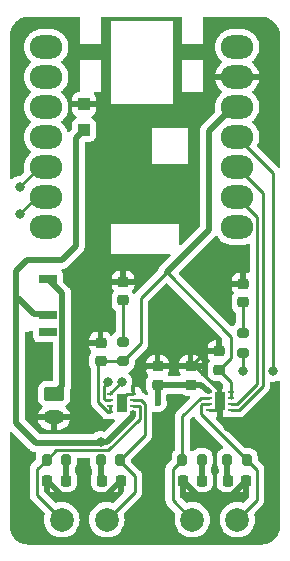
<source format=gbr>
%TF.GenerationSoftware,KiCad,Pcbnew,(7.0.0)*%
%TF.CreationDate,2023-03-10T16:09:33-06:00*%
%TF.ProjectId,stick-and-slip_v2_2-channel,73746963-6b2d-4616-9e64-2d736c69705f,rev?*%
%TF.SameCoordinates,Original*%
%TF.FileFunction,Copper,L1,Top*%
%TF.FilePolarity,Positive*%
%FSLAX46Y46*%
G04 Gerber Fmt 4.6, Leading zero omitted, Abs format (unit mm)*
G04 Created by KiCad (PCBNEW (7.0.0)) date 2023-03-10 16:09:33*
%MOMM*%
%LPD*%
G01*
G04 APERTURE LIST*
G04 Aperture macros list*
%AMRoundRect*
0 Rectangle with rounded corners*
0 $1 Rounding radius*
0 $2 $3 $4 $5 $6 $7 $8 $9 X,Y pos of 4 corners*
0 Add a 4 corners polygon primitive as box body*
4,1,4,$2,$3,$4,$5,$6,$7,$8,$9,$2,$3,0*
0 Add four circle primitives for the rounded corners*
1,1,$1+$1,$2,$3*
1,1,$1+$1,$4,$5*
1,1,$1+$1,$6,$7*
1,1,$1+$1,$8,$9*
0 Add four rect primitives between the rounded corners*
20,1,$1+$1,$2,$3,$4,$5,0*
20,1,$1+$1,$4,$5,$6,$7,0*
20,1,$1+$1,$6,$7,$8,$9,0*
20,1,$1+$1,$8,$9,$2,$3,0*%
G04 Aperture macros list end*
%TA.AperFunction,SMDPad,CuDef*%
%ADD10RoundRect,0.218750X0.218750X0.256250X-0.218750X0.256250X-0.218750X-0.256250X0.218750X-0.256250X0*%
%TD*%
%TA.AperFunction,SMDPad,CuDef*%
%ADD11RoundRect,0.218750X-0.256250X0.218750X-0.256250X-0.218750X0.256250X-0.218750X0.256250X0.218750X0*%
%TD*%
%TA.AperFunction,SMDPad,CuDef*%
%ADD12RoundRect,0.200000X0.200000X0.275000X-0.200000X0.275000X-0.200000X-0.275000X0.200000X-0.275000X0*%
%TD*%
%TA.AperFunction,ComponentPad*%
%ADD13C,2.000000*%
%TD*%
%TA.AperFunction,SMDPad,CuDef*%
%ADD14RoundRect,0.218750X-0.218750X-0.256250X0.218750X-0.256250X0.218750X0.256250X-0.218750X0.256250X0*%
%TD*%
%TA.AperFunction,ComponentPad*%
%ADD15RoundRect,0.250000X-0.625000X0.350000X-0.625000X-0.350000X0.625000X-0.350000X0.625000X0.350000X0*%
%TD*%
%TA.AperFunction,ComponentPad*%
%ADD16O,1.750000X1.200000*%
%TD*%
%TA.AperFunction,SMDPad,CuDef*%
%ADD17RoundRect,0.200000X-0.275000X0.200000X-0.275000X-0.200000X0.275000X-0.200000X0.275000X0.200000X0*%
%TD*%
%TA.AperFunction,SMDPad,CuDef*%
%ADD18RoundRect,0.225000X0.250000X-0.225000X0.250000X0.225000X-0.250000X0.225000X-0.250000X-0.225000X0*%
%TD*%
%TA.AperFunction,SMDPad,CuDef*%
%ADD19RoundRect,0.200000X-0.200000X-0.275000X0.200000X-0.275000X0.200000X0.275000X-0.200000X0.275000X0*%
%TD*%
%TA.AperFunction,SMDPad,CuDef*%
%ADD20R,1.000000X1.000000*%
%TD*%
%TA.AperFunction,SMDPad,CuDef*%
%ADD21R,0.500000X0.250000*%
%TD*%
%TA.AperFunction,SMDPad,CuDef*%
%ADD22R,0.900000X1.600000*%
%TD*%
%TA.AperFunction,SMDPad,CuDef*%
%ADD23RoundRect,1.000000X-0.375000X0.000000X0.375000X0.000000X0.375000X0.000000X-0.375000X0.000000X0*%
%TD*%
%TA.AperFunction,SMDPad,CuDef*%
%ADD24R,1.500000X0.700000*%
%TD*%
%TA.AperFunction,ViaPad*%
%ADD25C,0.800000*%
%TD*%
%TA.AperFunction,ViaPad*%
%ADD26C,0.600000*%
%TD*%
%TA.AperFunction,Conductor*%
%ADD27C,0.500000*%
%TD*%
%TA.AperFunction,Conductor*%
%ADD28C,0.250000*%
%TD*%
G04 APERTURE END LIST*
D10*
%TO.P,D4,1,K*%
%TO.N,GND*%
X63271000Y-88392000D03*
%TO.P,D4,2,A*%
%TO.N,Net-(D4-A)*%
X61696000Y-88392000D03*
%TD*%
D11*
%TO.P,D1,1,K*%
%TO.N,GND*%
X52832000Y-71552000D03*
%TO.P,D1,2,A*%
%TO.N,Net-(D1-A)*%
X52832000Y-73127000D03*
%TD*%
D12*
%TO.P,R3,1*%
%TO.N,Net-(D3-A)*%
X59512000Y-86614000D03*
%TO.P,R3,2*%
%TO.N,/motor-1-green-indicator-led*%
X57862000Y-86614000D03*
%TD*%
D13*
%TO.P,J5,1,Pin_1*%
%TO.N,/motor-2-green-indicator-led*%
X47650000Y-91694000D03*
%TD*%
D14*
%TO.P,D3,1,K*%
%TO.N,GND*%
X57937000Y-88392000D03*
%TO.P,D3,2,A*%
%TO.N,Net-(D3-A)*%
X59512000Y-88392000D03*
%TD*%
D11*
%TO.P,D2,1,K*%
%TO.N,GND*%
X62992000Y-71704000D03*
%TO.P,D2,2,A*%
%TO.N,Net-(D2-A)*%
X62992000Y-73279000D03*
%TD*%
D15*
%TO.P,J9,1,Pin_1*%
%TO.N,Net-(J9-Pin_1)*%
X46990000Y-81026000D03*
D16*
%TO.P,J9,2,Pin_2*%
%TO.N,GND*%
X46989999Y-83025999D03*
%TD*%
D10*
%TO.P,D6,1,K*%
%TO.N,GND*%
X52628000Y-88392000D03*
%TO.P,D6,2,A*%
%TO.N,Net-(D6-A)*%
X51053000Y-88392000D03*
%TD*%
D13*
%TO.P,J2,1,Pin_1*%
%TO.N,/motor-1-red-indicator-led*%
X62509000Y-91694000D03*
%TD*%
%TO.P,J6,1,Pin_1*%
%TO.N,/motor-2-red-indicator-led*%
X51460000Y-91694000D03*
%TD*%
D17*
%TO.P,R1,1*%
%TO.N,Net-(D1-A)*%
X52832000Y-76645000D03*
%TO.P,R1,2*%
%TO.N,+3.3V*%
X52832000Y-78295000D03*
%TD*%
D18*
%TO.P,C2,1*%
%TO.N,+BATT*%
X58547000Y-80264000D03*
%TO.P,C2,2*%
%TO.N,GND*%
X58547000Y-78714000D03*
%TD*%
D19*
%TO.P,R6,1*%
%TO.N,Net-(D6-A)*%
X50927000Y-86614000D03*
%TO.P,R6,2*%
%TO.N,/motor-2-red-indicator-led*%
X52577000Y-86614000D03*
%TD*%
D20*
%TO.P,J4,1,Pin_1*%
%TO.N,GND*%
X49529999Y-56514999D03*
%TD*%
D18*
%TO.P,C1,1*%
%TO.N,+3.3V*%
X60960000Y-78994000D03*
%TO.P,C1,2*%
%TO.N,GND*%
X60960000Y-77444000D03*
%TD*%
D21*
%TO.P,U2,1,VM*%
%TO.N,+BATT*%
X60070999Y-80906999D03*
%TO.P,U2,2,OUT1*%
%TO.N,/motor-1-green-indicator-led*%
X60070999Y-81406999D03*
%TO.P,U2,3,OUT2*%
%TO.N,/motor-1-red-indicator-led*%
X60070999Y-81906999D03*
%TO.P,U2,4,GND*%
%TO.N,GND*%
X60070999Y-82406999D03*
%TO.P,U2,5,IN2*%
%TO.N,/motor-driver-1a*%
X61970999Y-82406999D03*
%TO.P,U2,6,IN1*%
%TO.N,/motor-driver-1b*%
X61970999Y-81906999D03*
%TO.P,U2,7,~{SLEEP}*%
%TO.N,+3.3V*%
X61970999Y-81406999D03*
%TO.P,U2,8,VCC*%
X61970999Y-80906999D03*
D22*
%TO.P,U2,9,GND*%
%TO.N,GND*%
X61020999Y-81656999D03*
%TD*%
D13*
%TO.P,J1,1,Pin_1*%
%TO.N,/motor-1-green-indicator-led*%
X58699000Y-91694000D03*
%TD*%
D18*
%TO.P,C3,1*%
%TO.N,+3.3V*%
X50927000Y-78258000D03*
%TO.P,C3,2*%
%TO.N,GND*%
X50927000Y-76708000D03*
%TD*%
D14*
%TO.P,D5,1,K*%
%TO.N,GND*%
X46430000Y-88392000D03*
%TO.P,D5,2,A*%
%TO.N,Net-(D5-A)*%
X48005000Y-88392000D03*
%TD*%
D21*
%TO.P,U3,1,VM*%
%TO.N,+BATT*%
X53654999Y-82556999D03*
%TO.P,U3,2,OUT1*%
%TO.N,/motor-2-green-indicator-led*%
X53654999Y-82056999D03*
%TO.P,U3,3,OUT2*%
%TO.N,/motor-2-red-indicator-led*%
X53654999Y-81556999D03*
%TO.P,U3,4,GND*%
%TO.N,GND*%
X53654999Y-81056999D03*
%TO.P,U3,5,IN2*%
%TO.N,/motor-driver-2b*%
X51754999Y-81056999D03*
%TO.P,U3,6,IN1*%
%TO.N,/motor-driver-2a*%
X51754999Y-81556999D03*
%TO.P,U3,7,~{SLEEP}*%
%TO.N,+3.3V*%
X51754999Y-82056999D03*
%TO.P,U3,8,VCC*%
X51754999Y-82556999D03*
D22*
%TO.P,U3,9,GND*%
%TO.N,GND*%
X52704999Y-81806999D03*
%TD*%
D23*
%TO.P,U1,14,5V*%
%TO.N,unconnected-(U1-5V-Pad14)*%
X62486000Y-51673250D03*
%TO.P,U1,13,GND*%
%TO.N,GND*%
X62486000Y-54213250D03*
%TO.P,U1,12,3V3*%
%TO.N,+3.3V*%
X62486000Y-56753250D03*
%TO.P,U1,11,PA6_A10_D10_MOSI*%
%TO.N,/BLE-indicator-pin*%
X62486000Y-59293250D03*
%TO.P,U1,10,PA5_A9_D9_MISO*%
%TO.N,/motor-driver-1a*%
X62486000Y-61833250D03*
%TO.P,U1,9,PA7_A8_D8_SCK*%
%TO.N,/motor-driver-1b*%
X62486000Y-64373250D03*
%TO.P,U1,8,PB09_A7_D7_RX*%
%TO.N,unconnected-(U1-PB09_A7_D7_RX-Pad8)*%
X62486000Y-66913250D03*
%TO.P,U1,7,PB08_A6_D6_TX*%
%TO.N,unconnected-(U1-PB08_A6_D6_TX-Pad7)*%
X46321000Y-66913250D03*
%TO.P,U1,6,PA9_A5_D5_SCL*%
%TO.N,/motor-driver-2b*%
X46321000Y-64373250D03*
%TO.P,U1,5,PA8_A4_D4_SDA*%
%TO.N,/motor-driver-2a*%
X46321000Y-61833250D03*
%TO.P,U1,4,PA11_A3_D3*%
%TO.N,unconnected-(U1-PA11_A3_D3-Pad4)*%
X46321000Y-59293250D03*
%TO.P,U1,3,PA10_A2_D2*%
%TO.N,unconnected-(U1-PA10_A2_D2-Pad3)*%
X46321000Y-56753250D03*
%TO.P,U1,2,PA4_A1_D1*%
%TO.N,unconnected-(U1-PA4_A1_D1-Pad2)*%
X46321000Y-54213250D03*
%TO.P,U1,1,PA02_A0_D0*%
%TO.N,unconnected-(U1-PA02_A0_D0-Pad1)*%
X46321000Y-51673250D03*
%TD*%
D24*
%TO.P,S1,1,1*%
%TO.N,Net-(J9-Pin_1)*%
X46481999Y-71318999D03*
%TO.P,S1,2,2*%
%TO.N,+BATT*%
X46481999Y-74318999D03*
%TO.P,S1,3,3*%
%TO.N,unconnected-(S1-Pad3)*%
X46481999Y-75818999D03*
%TD*%
D17*
%TO.P,R2,1*%
%TO.N,Net-(D2-A)*%
X62992000Y-75896000D03*
%TO.P,R2,2*%
%TO.N,/BLE-indicator-pin*%
X62992000Y-77546000D03*
%TD*%
D18*
%TO.P,C4,1*%
%TO.N,+BATT*%
X55753000Y-80264000D03*
%TO.P,C4,2*%
%TO.N,GND*%
X55753000Y-78714000D03*
%TD*%
D12*
%TO.P,R5,1*%
%TO.N,Net-(D5-A)*%
X48005000Y-86614000D03*
%TO.P,R5,2*%
%TO.N,/motor-2-green-indicator-led*%
X46355000Y-86614000D03*
%TD*%
D19*
%TO.P,R4,1*%
%TO.N,Net-(D4-A)*%
X61672000Y-86614000D03*
%TO.P,R4,2*%
%TO.N,/motor-1-red-indicator-led*%
X63322000Y-86614000D03*
%TD*%
D20*
%TO.P,J3,1,Pin_1*%
%TO.N,+BATT*%
X49529999Y-58673999D03*
%TD*%
D25*
%TO.N,+BATT*%
X50927000Y-85089500D03*
D26*
X55753000Y-81788000D03*
D25*
%TO.N,/BLE-indicator-pin*%
X65532000Y-79121000D03*
X62992000Y-79121000D03*
%TO.N,GND*%
X49530000Y-90043000D03*
X50927000Y-72009000D03*
X60325000Y-70866000D03*
X61722000Y-83820000D03*
X60706000Y-90170000D03*
%TO.N,/motor-driver-2a*%
X51562000Y-80010000D03*
X44069000Y-63500000D03*
%TO.N,/motor-driver-2b*%
X52705000Y-80010000D03*
X44069000Y-65786000D03*
%TD*%
D27*
%TO.N,+BATT*%
X43904503Y-72898000D02*
X43782000Y-72898000D01*
X59428000Y-80264000D02*
X59996000Y-80832000D01*
X45466000Y-85217000D02*
X43782000Y-83533000D01*
X45301503Y-74295000D02*
X43904503Y-72898000D01*
X47625000Y-69723000D02*
X48830000Y-68518000D01*
X51497500Y-85089500D02*
X53655000Y-82932000D01*
X44704000Y-69723000D02*
X47625000Y-69723000D01*
X48830000Y-59374000D02*
X49530000Y-58674000D01*
X46482000Y-74319000D02*
X46458000Y-74295000D01*
X59996000Y-80832000D02*
X60071000Y-80832000D01*
X58547000Y-80264000D02*
X59428000Y-80264000D01*
X50927000Y-85089500D02*
X51497500Y-85089500D01*
X55753000Y-80264000D02*
X58547000Y-80264000D01*
X43782000Y-83533000D02*
X43782000Y-70645000D01*
X53655000Y-82932000D02*
X53655000Y-82677000D01*
X48830000Y-68518000D02*
X48830000Y-59374000D01*
X43782000Y-70645000D02*
X44704000Y-69723000D01*
X46458000Y-74295000D02*
X45301503Y-74295000D01*
X50799500Y-85217000D02*
X45466000Y-85217000D01*
X50927000Y-85089500D02*
X50799500Y-85217000D01*
X55753000Y-81788000D02*
X55753000Y-80264000D01*
D28*
%TO.N,Net-(D1-A)*%
X52832000Y-73127000D02*
X52832000Y-76645000D01*
%TO.N,Net-(D2-A)*%
X62992000Y-73279000D02*
X62992000Y-75896000D01*
D27*
%TO.N,Net-(D3-A)*%
X59512000Y-86614000D02*
X59512000Y-88392000D01*
D28*
%TO.N,/motor-driver-1b*%
X62496000Y-81907000D02*
X61971000Y-81907000D01*
X64186000Y-80217000D02*
X62496000Y-81907000D01*
X62486000Y-64373250D02*
X64186000Y-66073250D01*
X64186000Y-66073250D02*
X64186000Y-80217000D01*
%TO.N,/motor-driver-1a*%
X61971000Y-82407000D02*
X62632396Y-82407000D01*
X64643000Y-63990250D02*
X62486000Y-61833250D01*
X62632396Y-82407000D02*
X64643000Y-80396396D01*
X64643000Y-80396396D02*
X64643000Y-63990250D01*
%TO.N,/BLE-indicator-pin*%
X62992000Y-77546000D02*
X62992000Y-79121000D01*
X65532000Y-62339250D02*
X62486000Y-59293250D01*
X65532000Y-79121000D02*
X65532000Y-62339250D01*
%TO.N,+3.3V*%
X50927000Y-78258000D02*
X52795000Y-78258000D01*
D27*
X60071000Y-67183000D02*
X60071000Y-58801000D01*
D28*
X61976000Y-76200000D02*
X61976000Y-77978000D01*
X50730000Y-81718000D02*
X50730000Y-78455000D01*
X56515000Y-70739000D02*
X61976000Y-76200000D01*
D27*
X56515000Y-70739000D02*
X60071000Y-67183000D01*
D28*
X60960000Y-78994000D02*
X61971000Y-80005000D01*
X62486000Y-56753250D02*
X62118750Y-56753250D01*
X61971000Y-81407000D02*
X61971000Y-80907000D01*
X54356000Y-72898000D02*
X56515000Y-70739000D01*
X52832000Y-78295000D02*
X54356000Y-76771000D01*
X61971000Y-80005000D02*
X61971000Y-80907000D01*
X52795000Y-78258000D02*
X52832000Y-78295000D01*
X51569000Y-82557000D02*
X51755000Y-82557000D01*
X51755000Y-82057000D02*
X51755000Y-82557000D01*
X50730000Y-78455000D02*
X50927000Y-78258000D01*
X61976000Y-77978000D02*
X60960000Y-78994000D01*
X50730000Y-81718000D02*
X51569000Y-82557000D01*
X54356000Y-76771000D02*
X54356000Y-72898000D01*
D27*
X60071000Y-58801000D02*
X62118750Y-56753250D01*
D28*
%TO.N,GND*%
X60596000Y-82407000D02*
X61021000Y-81982000D01*
X62814000Y-71882000D02*
X62992000Y-71704000D01*
D27*
X46430000Y-88392000D02*
X48081000Y-90043000D01*
D28*
X58547000Y-78714000D02*
X58903000Y-78714000D01*
X53655000Y-81057000D02*
X53655000Y-79954116D01*
D27*
X50977000Y-90043000D02*
X49530000Y-90043000D01*
D28*
X53655000Y-81057000D02*
X53130000Y-81057000D01*
D27*
X52628000Y-88392000D02*
X50977000Y-90043000D01*
X48081000Y-90043000D02*
X49530000Y-90043000D01*
D28*
X53130000Y-81057000D02*
X52705000Y-81482000D01*
X61021000Y-81982000D02*
X61021000Y-81657000D01*
X61021000Y-80832000D02*
X61021000Y-81657000D01*
D27*
X57937000Y-88392000D02*
X59715000Y-90170000D01*
X61493000Y-90170000D02*
X60706000Y-90170000D01*
D28*
X55753000Y-78714000D02*
X58547000Y-78714000D01*
X54895116Y-78714000D02*
X55753000Y-78714000D01*
D27*
X59715000Y-90170000D02*
X60706000Y-90170000D01*
X61021000Y-81657000D02*
X61021000Y-83119000D01*
X63271000Y-88392000D02*
X61493000Y-90170000D01*
D28*
X59817000Y-77444000D02*
X58547000Y-78714000D01*
X58903000Y-78714000D02*
X61021000Y-80832000D01*
X60071000Y-82407000D02*
X60596000Y-82407000D01*
X53655000Y-79954116D02*
X54895116Y-78714000D01*
D27*
X61021000Y-83119000D02*
X61722000Y-83820000D01*
D28*
X60960000Y-77444000D02*
X59817000Y-77444000D01*
D27*
%TO.N,Net-(D4-A)*%
X61672000Y-88368000D02*
X61696000Y-88392000D01*
X61672000Y-86614000D02*
X61672000Y-88368000D01*
%TO.N,Net-(D5-A)*%
X48005000Y-86614000D02*
X48005000Y-88392000D01*
%TO.N,Net-(D6-A)*%
X50927000Y-86614000D02*
X50927000Y-88266000D01*
X50927000Y-88266000D02*
X51053000Y-88392000D01*
D28*
%TO.N,/motor-1-green-indicator-led*%
X57049500Y-90044500D02*
X57049500Y-87426500D01*
X57049500Y-87426500D02*
X57862000Y-86614000D01*
X58699000Y-91694000D02*
X57049500Y-90044500D01*
X59409604Y-81407000D02*
X57862000Y-82954604D01*
X60071000Y-81407000D02*
X59409604Y-81407000D01*
X57862000Y-82954604D02*
X57862000Y-86614000D01*
%TO.N,/motor-1-red-indicator-led*%
X64158500Y-87450500D02*
X63322000Y-86614000D01*
X62509000Y-91694000D02*
X64158500Y-90044500D01*
X59436000Y-82728000D02*
X63322000Y-86614000D01*
X59546000Y-81907000D02*
X59436000Y-82017000D01*
X59436000Y-82017000D02*
X59436000Y-82728000D01*
X60071000Y-81907000D02*
X59546000Y-81907000D01*
X64158500Y-90044500D02*
X64158500Y-87450500D01*
%TO.N,/motor-2-green-indicator-led*%
X47155000Y-85814000D02*
X46355000Y-86614000D01*
X45542500Y-87426500D02*
X46355000Y-86614000D01*
X53655000Y-82057000D02*
X54180000Y-82057000D01*
X54180000Y-82057000D02*
X54230000Y-82107000D01*
X45542500Y-89586500D02*
X45542500Y-87426500D01*
X47650000Y-91694000D02*
X45542500Y-89586500D01*
X54230000Y-83184000D02*
X51600000Y-85814000D01*
X51600000Y-85814000D02*
X47155000Y-85814000D01*
X54230000Y-82107000D02*
X54230000Y-83184000D01*
%TO.N,/motor-2-red-indicator-led*%
X53848000Y-89306000D02*
X51460000Y-91694000D01*
X54316396Y-81557000D02*
X54680000Y-81920604D01*
X54680000Y-84511000D02*
X52577000Y-86614000D01*
X54680000Y-81920604D02*
X54680000Y-84511000D01*
X53655000Y-81557000D02*
X54316396Y-81557000D01*
X53848000Y-88011000D02*
X53848000Y-89306000D01*
X52577000Y-86614000D02*
X52577000Y-86740000D01*
X52577000Y-86740000D02*
X53848000Y-88011000D01*
%TO.N,/motor-driver-2a*%
X51331000Y-81557000D02*
X51755000Y-81557000D01*
X46321000Y-61833250D02*
X45735750Y-61833250D01*
X51180000Y-80392000D02*
X51180000Y-81406000D01*
X51562000Y-80010000D02*
X51180000Y-80392000D01*
X45735750Y-61833250D02*
X44069000Y-63500000D01*
X51180000Y-81406000D02*
X51331000Y-81557000D01*
%TO.N,/motor-driver-2b*%
X46321000Y-64373250D02*
X45481750Y-64373250D01*
X52705000Y-80010000D02*
X51755000Y-80960000D01*
X51755000Y-80960000D02*
X51755000Y-81057000D01*
X45481750Y-64373250D02*
X44069000Y-65786000D01*
D27*
%TO.N,Net-(J9-Pin_1)*%
X47682000Y-80334000D02*
X47682000Y-72519000D01*
X46990000Y-81026000D02*
X47682000Y-80334000D01*
X47682000Y-72519000D02*
X46482000Y-71319000D01*
%TD*%
%TA.AperFunction,Conductor*%
%TO.N,GND*%
G36*
X60456845Y-79899407D02*
G01*
X60562292Y-79934349D01*
X60661655Y-79944500D01*
X60974546Y-79944499D01*
X61021999Y-79953938D01*
X61062227Y-79980818D01*
X61270011Y-80188602D01*
X61302105Y-80244189D01*
X61302105Y-80308377D01*
X61276537Y-80352659D01*
X61271000Y-80373326D01*
X61271000Y-80533931D01*
X61263182Y-80577264D01*
X61229620Y-80667247D01*
X61229620Y-80667249D01*
X61226909Y-80674517D01*
X61226079Y-80682227D01*
X61226079Y-80682232D01*
X61220855Y-80730819D01*
X61220854Y-80730831D01*
X61220500Y-80734127D01*
X61220500Y-80737448D01*
X61220500Y-80737449D01*
X61220500Y-81076560D01*
X61220500Y-81076578D01*
X61220501Y-81079872D01*
X61220853Y-81083150D01*
X61220854Y-81083161D01*
X61226909Y-81139483D01*
X61225306Y-81139655D01*
X61225307Y-81174344D01*
X61226909Y-81174517D01*
X61220855Y-81230819D01*
X61220854Y-81230831D01*
X61220500Y-81234127D01*
X61220500Y-81237448D01*
X61220500Y-81237449D01*
X61220500Y-81576560D01*
X61220500Y-81576578D01*
X61220501Y-81579872D01*
X61220853Y-81583150D01*
X61220854Y-81583161D01*
X61226909Y-81639483D01*
X61225306Y-81639655D01*
X61225307Y-81674344D01*
X61226909Y-81674517D01*
X61220855Y-81730819D01*
X61220854Y-81730831D01*
X61220500Y-81734127D01*
X61220500Y-81737448D01*
X61220500Y-81737449D01*
X61220500Y-82076560D01*
X61220500Y-82076578D01*
X61220501Y-82079872D01*
X61220853Y-82083150D01*
X61220854Y-82083161D01*
X61226909Y-82139483D01*
X61225306Y-82139655D01*
X61225307Y-82174344D01*
X61226909Y-82174517D01*
X61220855Y-82230819D01*
X61220854Y-82230831D01*
X61220500Y-82234127D01*
X61220500Y-82237448D01*
X61220500Y-82237449D01*
X61220500Y-82576560D01*
X61220500Y-82576578D01*
X61220501Y-82579872D01*
X61220853Y-82583150D01*
X61220854Y-82583161D01*
X61226079Y-82631768D01*
X61226080Y-82631773D01*
X61226909Y-82639483D01*
X61229619Y-82646749D01*
X61229620Y-82646753D01*
X61263182Y-82736736D01*
X61271000Y-82780069D01*
X61271000Y-82940674D01*
X61274450Y-82953549D01*
X61287326Y-82957000D01*
X61415232Y-82957000D01*
X61473391Y-82971845D01*
X61478669Y-82975796D01*
X61613517Y-83026091D01*
X61673127Y-83032500D01*
X61891980Y-83032499D01*
X61891981Y-83032500D01*
X62554621Y-83032500D01*
X62565676Y-83033021D01*
X62573063Y-83034673D01*
X62640268Y-83032561D01*
X62644164Y-83032500D01*
X62667844Y-83032500D01*
X62671746Y-83032500D01*
X62675709Y-83031999D01*
X62687359Y-83031080D01*
X62731023Y-83029709D01*
X62750257Y-83024119D01*
X62769313Y-83020174D01*
X62789188Y-83017664D01*
X62829791Y-83001587D01*
X62840846Y-82997802D01*
X62882786Y-82985618D01*
X62900025Y-82975422D01*
X62917499Y-82966862D01*
X62928870Y-82962360D01*
X62928872Y-82962358D01*
X62936128Y-82959486D01*
X62971465Y-82933811D01*
X62981220Y-82927403D01*
X63018816Y-82905170D01*
X63032980Y-82891005D01*
X63047775Y-82878368D01*
X63063983Y-82866594D01*
X63091824Y-82832938D01*
X63099675Y-82824309D01*
X65030311Y-80893674D01*
X65038481Y-80886240D01*
X65044877Y-80882182D01*
X65090918Y-80833152D01*
X65093535Y-80830450D01*
X65113120Y-80810867D01*
X65115585Y-80807688D01*
X65123167Y-80798812D01*
X65124953Y-80796910D01*
X65153062Y-80766978D01*
X65162713Y-80749419D01*
X65173390Y-80733166D01*
X65185673Y-80717332D01*
X65203018Y-80677248D01*
X65208151Y-80666767D01*
X65229197Y-80628488D01*
X65234179Y-80609080D01*
X65240482Y-80590672D01*
X65248437Y-80572292D01*
X65255271Y-80529140D01*
X65257633Y-80517734D01*
X65268500Y-80475415D01*
X65268500Y-80455379D01*
X65270027Y-80435981D01*
X65271939Y-80423909D01*
X65271938Y-80423909D01*
X65273160Y-80416200D01*
X65269050Y-80372720D01*
X65268500Y-80361051D01*
X65268500Y-80138736D01*
X65280579Y-80085353D01*
X65314464Y-80042370D01*
X65363552Y-80018162D01*
X65418280Y-80017446D01*
X65430988Y-80020147D01*
X65430989Y-80020147D01*
X65437354Y-80021500D01*
X65620143Y-80021500D01*
X65626646Y-80021500D01*
X65811803Y-79982144D01*
X65964464Y-79914173D01*
X66024628Y-79903835D01*
X66082435Y-79923458D01*
X66123873Y-79968285D01*
X66138900Y-80027453D01*
X66138900Y-92186743D01*
X66138584Y-92195589D01*
X66133965Y-92260171D01*
X66133899Y-92261053D01*
X66121396Y-92419927D01*
X66118944Y-92436556D01*
X66098422Y-92530898D01*
X66097830Y-92533489D01*
X66068419Y-92655993D01*
X66064027Y-92670378D01*
X66028053Y-92766830D01*
X66026432Y-92770949D01*
X65980667Y-92881438D01*
X65974939Y-92893412D01*
X65924422Y-92985929D01*
X65921316Y-92991293D01*
X65860077Y-93091226D01*
X65853617Y-93100746D01*
X65789808Y-93185985D01*
X65784832Y-93192206D01*
X65709306Y-93280636D01*
X65702696Y-93287786D01*
X65627186Y-93363296D01*
X65620036Y-93369906D01*
X65531606Y-93445432D01*
X65525385Y-93450408D01*
X65440146Y-93514217D01*
X65430626Y-93520677D01*
X65330693Y-93581916D01*
X65325329Y-93585022D01*
X65232812Y-93635539D01*
X65220838Y-93641267D01*
X65110349Y-93687032D01*
X65106230Y-93688653D01*
X65009778Y-93724627D01*
X64995393Y-93729019D01*
X64872889Y-93758430D01*
X64870298Y-93759022D01*
X64775956Y-93779544D01*
X64759327Y-93781996D01*
X64600453Y-93794499D01*
X64599570Y-93794565D01*
X64534964Y-93799185D01*
X64526172Y-93799501D01*
X44846281Y-93807897D01*
X44837383Y-93807581D01*
X44772763Y-93802960D01*
X44771878Y-93802894D01*
X44615615Y-93790595D01*
X44598990Y-93788144D01*
X44505473Y-93767803D01*
X44502881Y-93767210D01*
X44382034Y-93738197D01*
X44367648Y-93733805D01*
X44272136Y-93698181D01*
X44268018Y-93696561D01*
X44204383Y-93670203D01*
X44158954Y-93651386D01*
X44146988Y-93645661D01*
X44055409Y-93595655D01*
X44050047Y-93592551D01*
X43951381Y-93532089D01*
X43941864Y-93525632D01*
X43857490Y-93462470D01*
X43851270Y-93457494D01*
X43763954Y-93382919D01*
X43756817Y-93376321D01*
X43682077Y-93301581D01*
X43675482Y-93294447D01*
X43600897Y-93207120D01*
X43595928Y-93200908D01*
X43591131Y-93194500D01*
X43532761Y-93116525D01*
X43526309Y-93107017D01*
X43516632Y-93091226D01*
X43465847Y-93008351D01*
X43462743Y-93002989D01*
X43412729Y-92911393D01*
X43407020Y-92899461D01*
X43361831Y-92790365D01*
X43360217Y-92786262D01*
X43348562Y-92755013D01*
X43324590Y-92690741D01*
X43320203Y-92676371D01*
X43291175Y-92555463D01*
X43290612Y-92553003D01*
X43270253Y-92459406D01*
X43267803Y-92442783D01*
X43267313Y-92436556D01*
X43255471Y-92286088D01*
X43255470Y-92286084D01*
X43250816Y-92220988D01*
X43250500Y-92212146D01*
X43250500Y-84362230D01*
X43264015Y-84305935D01*
X43301615Y-84261912D01*
X43355102Y-84239757D01*
X43412818Y-84244299D01*
X43462181Y-84274549D01*
X44890267Y-85702634D01*
X44902049Y-85716267D01*
X44912077Y-85729738D01*
X44912081Y-85729742D01*
X44916390Y-85735530D01*
X44954352Y-85767384D01*
X44962313Y-85774680D01*
X44966224Y-85778591D01*
X44969051Y-85780826D01*
X44990542Y-85797819D01*
X44993337Y-85800096D01*
X45050786Y-85848302D01*
X45057245Y-85851545D01*
X45060134Y-85853446D01*
X45060413Y-85853648D01*
X45060713Y-85853815D01*
X45063655Y-85855629D01*
X45069323Y-85860111D01*
X45075870Y-85863164D01*
X45075872Y-85863165D01*
X45137314Y-85891816D01*
X45140528Y-85893371D01*
X45207567Y-85927040D01*
X45214606Y-85928708D01*
X45217827Y-85929880D01*
X45218171Y-85930023D01*
X45218496Y-85930115D01*
X45221779Y-85931202D01*
X45228328Y-85934257D01*
X45301852Y-85949437D01*
X45305286Y-85950199D01*
X45348078Y-85960342D01*
X45371245Y-85965833D01*
X45371246Y-85965833D01*
X45378279Y-85967500D01*
X45384011Y-85967500D01*
X45434255Y-85985043D01*
X45472843Y-86022840D01*
X45491700Y-86073457D01*
X45487249Y-86127288D01*
X45462865Y-86205539D01*
X45462862Y-86205549D01*
X45460914Y-86211804D01*
X45454500Y-86282384D01*
X45454500Y-86285203D01*
X45454500Y-86578547D01*
X45445061Y-86626000D01*
X45418183Y-86666225D01*
X45159856Y-86924551D01*
X45155196Y-86929212D01*
X45147011Y-86936659D01*
X45140623Y-86940714D01*
X45135288Y-86946394D01*
X45135283Y-86946399D01*
X45094596Y-86989725D01*
X45091892Y-86992516D01*
X45075128Y-87009280D01*
X45075121Y-87009287D01*
X45072380Y-87012029D01*
X45070000Y-87015096D01*
X45069989Y-87015109D01*
X45069900Y-87015225D01*
X45062342Y-87024070D01*
X45037780Y-87050227D01*
X45037773Y-87050236D01*
X45032438Y-87055918D01*
X45028682Y-87062749D01*
X45028679Y-87062754D01*
X45022785Y-87073475D01*
X45012109Y-87089727D01*
X45004609Y-87099396D01*
X45004601Y-87099407D01*
X44999827Y-87105564D01*
X44996734Y-87112708D01*
X44996729Y-87112719D01*
X44982474Y-87145660D01*
X44977338Y-87156143D01*
X44962644Y-87182873D01*
X44956303Y-87194408D01*
X44954364Y-87201956D01*
X44954363Y-87201961D01*
X44951322Y-87213807D01*
X44945021Y-87232211D01*
X44940158Y-87243448D01*
X44940156Y-87243452D01*
X44937062Y-87250604D01*
X44935842Y-87258303D01*
X44935842Y-87258305D01*
X44930229Y-87293741D01*
X44927861Y-87305176D01*
X44918938Y-87339928D01*
X44918936Y-87339936D01*
X44917000Y-87347481D01*
X44917000Y-87355277D01*
X44917000Y-87367517D01*
X44915474Y-87386902D01*
X44912340Y-87406696D01*
X44913074Y-87414461D01*
X44913074Y-87414464D01*
X44916450Y-87450176D01*
X44917000Y-87461845D01*
X44917000Y-89508725D01*
X44916478Y-89519780D01*
X44914827Y-89527167D01*
X44915071Y-89534953D01*
X44915071Y-89534961D01*
X44916939Y-89594373D01*
X44917000Y-89598268D01*
X44917000Y-89625850D01*
X44917488Y-89629719D01*
X44917489Y-89629725D01*
X44917504Y-89629843D01*
X44918418Y-89641466D01*
X44919545Y-89677330D01*
X44919546Y-89677337D01*
X44919791Y-89685127D01*
X44921967Y-89692619D01*
X44921968Y-89692621D01*
X44925379Y-89704362D01*
X44929325Y-89723415D01*
X44931836Y-89743292D01*
X44934706Y-89750542D01*
X44934708Y-89750548D01*
X44947914Y-89783904D01*
X44951697Y-89794951D01*
X44952328Y-89797121D01*
X44963882Y-89836890D01*
X44967853Y-89843605D01*
X44967854Y-89843607D01*
X44974081Y-89854137D01*
X44982636Y-89871599D01*
X44987142Y-89882980D01*
X44987143Y-89882983D01*
X44990014Y-89890232D01*
X45011940Y-89920412D01*
X45015681Y-89925560D01*
X45022093Y-89935322D01*
X45040356Y-89966202D01*
X45040359Y-89966207D01*
X45044330Y-89972920D01*
X45049845Y-89978435D01*
X45058490Y-89987080D01*
X45071126Y-90001874D01*
X45078319Y-90011775D01*
X45078323Y-90011779D01*
X45082906Y-90018087D01*
X45088915Y-90023058D01*
X45088916Y-90023059D01*
X45116558Y-90045926D01*
X45125199Y-90053789D01*
X46186338Y-91114928D01*
X46218208Y-91169691D01*
X46218863Y-91233049D01*
X46166151Y-91441203D01*
X46166148Y-91441215D01*
X46164892Y-91446179D01*
X46164468Y-91451288D01*
X46164467Y-91451298D01*
X46144781Y-91688883D01*
X46144357Y-91694000D01*
X46144781Y-91699117D01*
X46164467Y-91936701D01*
X46164468Y-91936709D01*
X46164892Y-91941821D01*
X46166149Y-91946788D01*
X46166151Y-91946795D01*
X46224678Y-92177910D01*
X46225937Y-92182881D01*
X46231511Y-92195589D01*
X46323766Y-92405910D01*
X46323769Y-92405916D01*
X46325827Y-92410607D01*
X46328627Y-92414893D01*
X46328631Y-92414900D01*
X46420466Y-92555463D01*
X46461836Y-92618785D01*
X46465310Y-92622559D01*
X46465311Y-92622560D01*
X46626784Y-92797967D01*
X46626787Y-92797970D01*
X46630256Y-92801738D01*
X46826491Y-92954474D01*
X46884615Y-92985929D01*
X47022790Y-93060706D01*
X47045190Y-93072828D01*
X47280386Y-93153571D01*
X47525665Y-93194500D01*
X47769201Y-93194500D01*
X47774335Y-93194500D01*
X48019614Y-93153571D01*
X48254810Y-93072828D01*
X48473509Y-92954474D01*
X48669744Y-92801738D01*
X48838164Y-92618785D01*
X48974173Y-92410607D01*
X49074063Y-92182881D01*
X49135108Y-91941821D01*
X49155643Y-91694000D01*
X49135108Y-91446179D01*
X49074063Y-91205119D01*
X48974173Y-90977393D01*
X48838164Y-90769215D01*
X48669744Y-90586262D01*
X48496191Y-90451180D01*
X48477559Y-90436678D01*
X48477557Y-90436676D01*
X48473509Y-90433526D01*
X48449942Y-90420772D01*
X48259316Y-90317610D01*
X48259310Y-90317607D01*
X48254810Y-90315172D01*
X48249969Y-90313510D01*
X48249962Y-90313507D01*
X48024465Y-90236094D01*
X48024461Y-90236093D01*
X48019614Y-90234429D01*
X47978426Y-90227556D01*
X47779398Y-90194344D01*
X47779387Y-90194343D01*
X47774335Y-90193500D01*
X47525665Y-90193500D01*
X47520613Y-90194343D01*
X47520601Y-90194344D01*
X47285440Y-90233585D01*
X47285432Y-90233586D01*
X47280386Y-90234429D01*
X47275546Y-90236090D01*
X47275536Y-90236093D01*
X47200711Y-90261780D01*
X47132500Y-90265307D01*
X47072769Y-90232179D01*
X46216319Y-89375728D01*
X46189439Y-89335500D01*
X46180000Y-89288047D01*
X46180000Y-88266000D01*
X46196613Y-88204000D01*
X46242000Y-88158613D01*
X46304000Y-88142000D01*
X46556000Y-88142000D01*
X46618000Y-88158613D01*
X46663387Y-88204000D01*
X46680000Y-88266000D01*
X46680000Y-89350673D01*
X46683450Y-89363548D01*
X46695873Y-89366877D01*
X46699775Y-89366678D01*
X46788346Y-89357631D01*
X46801509Y-89354813D01*
X46947720Y-89306364D01*
X46960719Y-89300302D01*
X47091429Y-89219679D01*
X47102690Y-89210775D01*
X47129466Y-89184000D01*
X47185053Y-89151906D01*
X47249241Y-89151906D01*
X47304827Y-89183999D01*
X47337109Y-89216281D01*
X47480213Y-89304549D01*
X47639815Y-89357436D01*
X47738326Y-89367500D01*
X48268525Y-89367500D01*
X48271674Y-89367500D01*
X48370185Y-89357436D01*
X48529787Y-89304549D01*
X48672891Y-89216281D01*
X48791781Y-89097391D01*
X48880049Y-88954287D01*
X48932936Y-88794685D01*
X48943000Y-88696174D01*
X48943000Y-88087826D01*
X48932936Y-87989315D01*
X48880049Y-87829713D01*
X48791781Y-87686609D01*
X48786670Y-87681498D01*
X48782232Y-87675885D01*
X48762374Y-87639687D01*
X48755500Y-87598976D01*
X48755500Y-87366978D01*
X48773383Y-87302828D01*
X48800298Y-87258305D01*
X48848478Y-87178606D01*
X48899086Y-87016196D01*
X48905500Y-86945616D01*
X48905500Y-86563500D01*
X48922113Y-86501500D01*
X48967500Y-86456113D01*
X49029500Y-86439500D01*
X49902500Y-86439500D01*
X49964500Y-86456113D01*
X50009887Y-86501500D01*
X50026500Y-86563500D01*
X50026500Y-86945616D01*
X50026754Y-86948419D01*
X50026755Y-86948425D01*
X50032320Y-87009661D01*
X50032914Y-87016196D01*
X50034862Y-87022448D01*
X50034864Y-87022457D01*
X50062591Y-87111436D01*
X50083522Y-87178606D01*
X50087399Y-87185020D01*
X50087400Y-87185021D01*
X50158617Y-87302828D01*
X50176500Y-87366978D01*
X50176500Y-87814082D01*
X50170206Y-87853086D01*
X50130918Y-87971650D01*
X50125064Y-87989315D01*
X50124376Y-87996045D01*
X50124375Y-87996052D01*
X50115319Y-88084694D01*
X50115318Y-88084712D01*
X50115000Y-88087826D01*
X50115000Y-88696174D01*
X50115318Y-88699288D01*
X50115319Y-88699305D01*
X50124375Y-88787947D01*
X50124376Y-88787952D01*
X50125064Y-88794685D01*
X50177951Y-88954287D01*
X50266219Y-89097391D01*
X50385109Y-89216281D01*
X50528213Y-89304549D01*
X50687815Y-89357436D01*
X50786326Y-89367500D01*
X51316525Y-89367500D01*
X51319674Y-89367500D01*
X51418185Y-89357436D01*
X51577787Y-89304549D01*
X51720891Y-89216281D01*
X51753172Y-89183999D01*
X51808759Y-89151906D01*
X51872947Y-89151906D01*
X51928534Y-89184000D01*
X51955309Y-89210775D01*
X51966570Y-89219679D01*
X52097280Y-89300302D01*
X52110279Y-89306364D01*
X52256487Y-89354812D01*
X52269654Y-89357631D01*
X52358226Y-89366680D01*
X52362125Y-89366878D01*
X52374549Y-89363549D01*
X52378000Y-89350674D01*
X52378000Y-88266000D01*
X52394613Y-88204000D01*
X52440000Y-88158613D01*
X52502000Y-88142000D01*
X52754000Y-88142000D01*
X52816000Y-88158613D01*
X52861387Y-88204000D01*
X52878000Y-88266000D01*
X52878000Y-89340047D01*
X52868561Y-89387500D01*
X52841681Y-89427728D01*
X52037228Y-90232179D01*
X51977497Y-90265307D01*
X51909285Y-90261780D01*
X51834458Y-90236092D01*
X51829614Y-90234429D01*
X51788426Y-90227556D01*
X51589398Y-90194344D01*
X51589387Y-90194343D01*
X51584335Y-90193500D01*
X51335665Y-90193500D01*
X51330613Y-90194343D01*
X51330601Y-90194344D01*
X51095443Y-90233585D01*
X51095441Y-90233585D01*
X51090386Y-90234429D01*
X51085541Y-90236092D01*
X51085534Y-90236094D01*
X50860037Y-90313507D01*
X50860026Y-90313511D01*
X50855190Y-90315172D01*
X50850693Y-90317605D01*
X50850683Y-90317610D01*
X50641002Y-90431084D01*
X50640995Y-90431088D01*
X50636491Y-90433526D01*
X50632448Y-90436672D01*
X50632440Y-90436678D01*
X50444304Y-90583111D01*
X50440256Y-90586262D01*
X50436793Y-90590023D01*
X50436784Y-90590032D01*
X50275311Y-90765439D01*
X50275305Y-90765446D01*
X50271836Y-90769215D01*
X50269031Y-90773506D01*
X50269028Y-90773512D01*
X50138631Y-90973099D01*
X50138624Y-90973111D01*
X50135827Y-90977393D01*
X50133772Y-90982077D01*
X50133766Y-90982089D01*
X50037997Y-91200422D01*
X50035937Y-91205119D01*
X50034679Y-91210084D01*
X50034678Y-91210089D01*
X49976151Y-91441204D01*
X49976149Y-91441213D01*
X49974892Y-91446179D01*
X49974468Y-91451288D01*
X49974467Y-91451298D01*
X49954781Y-91688883D01*
X49954357Y-91694000D01*
X49954781Y-91699117D01*
X49974467Y-91936701D01*
X49974468Y-91936709D01*
X49974892Y-91941821D01*
X49976149Y-91946788D01*
X49976151Y-91946795D01*
X50034678Y-92177910D01*
X50035937Y-92182881D01*
X50041511Y-92195589D01*
X50133766Y-92405910D01*
X50133769Y-92405916D01*
X50135827Y-92410607D01*
X50138627Y-92414893D01*
X50138631Y-92414900D01*
X50230466Y-92555463D01*
X50271836Y-92618785D01*
X50275310Y-92622559D01*
X50275311Y-92622560D01*
X50436784Y-92797967D01*
X50436787Y-92797970D01*
X50440256Y-92801738D01*
X50636491Y-92954474D01*
X50694615Y-92985929D01*
X50832790Y-93060706D01*
X50855190Y-93072828D01*
X51090386Y-93153571D01*
X51335665Y-93194500D01*
X51579201Y-93194500D01*
X51584335Y-93194500D01*
X51829614Y-93153571D01*
X52064810Y-93072828D01*
X52283509Y-92954474D01*
X52479744Y-92801738D01*
X52648164Y-92618785D01*
X52784173Y-92410607D01*
X52884063Y-92182881D01*
X52945108Y-91941821D01*
X52965643Y-91694000D01*
X52945108Y-91446179D01*
X52891136Y-91233049D01*
X52891790Y-91169691D01*
X52923658Y-91114930D01*
X54235311Y-89803278D01*
X54243481Y-89795844D01*
X54249877Y-89791786D01*
X54295918Y-89742756D01*
X54298535Y-89740054D01*
X54318120Y-89720471D01*
X54320585Y-89717292D01*
X54328167Y-89708416D01*
X54331974Y-89704362D01*
X54358062Y-89676582D01*
X54367713Y-89659023D01*
X54378390Y-89642770D01*
X54390673Y-89626936D01*
X54408026Y-89586832D01*
X54413158Y-89576361D01*
X54430435Y-89544935D01*
X54430435Y-89544934D01*
X54434197Y-89538092D01*
X54439177Y-89518691D01*
X54445481Y-89500281D01*
X54453438Y-89481896D01*
X54460272Y-89438741D01*
X54462638Y-89427321D01*
X54466628Y-89411784D01*
X54473500Y-89385019D01*
X54473500Y-89364983D01*
X54475025Y-89345597D01*
X54478160Y-89325804D01*
X54474050Y-89282324D01*
X54473500Y-89270655D01*
X54473500Y-88088771D01*
X54474020Y-88077718D01*
X54475672Y-88070332D01*
X54473561Y-88003144D01*
X54473500Y-87999250D01*
X54473500Y-87975545D01*
X54473500Y-87971650D01*
X54472998Y-87967681D01*
X54472080Y-87956024D01*
X54470954Y-87920172D01*
X54470709Y-87912372D01*
X54465120Y-87893139D01*
X54461174Y-87874082D01*
X54459641Y-87861946D01*
X54458664Y-87854208D01*
X54442581Y-87813587D01*
X54438799Y-87802540D01*
X54428793Y-87768101D01*
X54426617Y-87760610D01*
X54422644Y-87753892D01*
X54416422Y-87743370D01*
X54407860Y-87725892D01*
X54403360Y-87714527D01*
X54403359Y-87714526D01*
X54400486Y-87707268D01*
X54374812Y-87671931D01*
X54368409Y-87662184D01*
X54346170Y-87624579D01*
X54332006Y-87610415D01*
X54319368Y-87595618D01*
X54312184Y-87585729D01*
X54312178Y-87585723D01*
X54307594Y-87579413D01*
X54273946Y-87551577D01*
X54265305Y-87543714D01*
X53513819Y-86792228D01*
X53486939Y-86752000D01*
X53477500Y-86704547D01*
X53477500Y-86649452D01*
X53486939Y-86601999D01*
X53513819Y-86561771D01*
X54286759Y-85788831D01*
X55067311Y-85008278D01*
X55075481Y-85000844D01*
X55081877Y-84996786D01*
X55127918Y-84947756D01*
X55130535Y-84945054D01*
X55150120Y-84925471D01*
X55152585Y-84922292D01*
X55160167Y-84913416D01*
X55190062Y-84881582D01*
X55199713Y-84864023D01*
X55210390Y-84847770D01*
X55222673Y-84831936D01*
X55240018Y-84791852D01*
X55245151Y-84781371D01*
X55266197Y-84743092D01*
X55271179Y-84723684D01*
X55277482Y-84705276D01*
X55285437Y-84686896D01*
X55292271Y-84643744D01*
X55294633Y-84632338D01*
X55305500Y-84590019D01*
X55305500Y-84569983D01*
X55307027Y-84550585D01*
X55308939Y-84538513D01*
X55308938Y-84538513D01*
X55310160Y-84530804D01*
X55306050Y-84487324D01*
X55305500Y-84475655D01*
X55305500Y-82654267D01*
X55319333Y-82597353D01*
X55357745Y-82553137D01*
X55412166Y-82531485D01*
X55470455Y-82537226D01*
X55567167Y-82571067D01*
X55567173Y-82571068D01*
X55573745Y-82573368D01*
X55753000Y-82593565D01*
X55932255Y-82573368D01*
X56102522Y-82513789D01*
X56255262Y-82417816D01*
X56382816Y-82290262D01*
X56478789Y-82137522D01*
X56538368Y-81967255D01*
X56558565Y-81788000D01*
X56538368Y-81608745D01*
X56510457Y-81528982D01*
X56503500Y-81488028D01*
X56503500Y-81138500D01*
X56520113Y-81076500D01*
X56565500Y-81031113D01*
X56627500Y-81014500D01*
X57745126Y-81014500D01*
X57792579Y-81023939D01*
X57832807Y-81050819D01*
X57843956Y-81061968D01*
X57988303Y-81151003D01*
X58149292Y-81204349D01*
X58248655Y-81214500D01*
X58418152Y-81214499D01*
X58474445Y-81228014D01*
X58518469Y-81265613D01*
X58540624Y-81319101D01*
X58536082Y-81376817D01*
X58505832Y-81426180D01*
X57474696Y-82457315D01*
X57466511Y-82464763D01*
X57460123Y-82468818D01*
X57454788Y-82474498D01*
X57454783Y-82474503D01*
X57414096Y-82517829D01*
X57411392Y-82520620D01*
X57394628Y-82537384D01*
X57394621Y-82537391D01*
X57391880Y-82540133D01*
X57389500Y-82543200D01*
X57389489Y-82543213D01*
X57389400Y-82543329D01*
X57381842Y-82552174D01*
X57357280Y-82578331D01*
X57357273Y-82578340D01*
X57351938Y-82584022D01*
X57348182Y-82590853D01*
X57348179Y-82590858D01*
X57342285Y-82601579D01*
X57331609Y-82617831D01*
X57324109Y-82627500D01*
X57324101Y-82627511D01*
X57319327Y-82633668D01*
X57316234Y-82640812D01*
X57316229Y-82640823D01*
X57301974Y-82673764D01*
X57296838Y-82684247D01*
X57275803Y-82722512D01*
X57273864Y-82730060D01*
X57273863Y-82730065D01*
X57270822Y-82741911D01*
X57264521Y-82760315D01*
X57259658Y-82771552D01*
X57259656Y-82771556D01*
X57256562Y-82778708D01*
X57255342Y-82786407D01*
X57255342Y-82786409D01*
X57249729Y-82821845D01*
X57247361Y-82833280D01*
X57238438Y-82868032D01*
X57238436Y-82868040D01*
X57236500Y-82875585D01*
X57236500Y-82883381D01*
X57236500Y-82895621D01*
X57234974Y-82915006D01*
X57231840Y-82934800D01*
X57232574Y-82942565D01*
X57232574Y-82942568D01*
X57235950Y-82978280D01*
X57236500Y-82989949D01*
X57236500Y-85722481D01*
X57227061Y-85769934D01*
X57200181Y-85810162D01*
X57111831Y-85898511D01*
X57111827Y-85898515D01*
X57106528Y-85903815D01*
X57102651Y-85910227D01*
X57102648Y-85910232D01*
X57022400Y-86042978D01*
X57022398Y-86042982D01*
X57018522Y-86049394D01*
X57016292Y-86056548D01*
X57016292Y-86056550D01*
X56969864Y-86205542D01*
X56969861Y-86205553D01*
X56967914Y-86211804D01*
X56961500Y-86282384D01*
X56961500Y-86285203D01*
X56961500Y-86578547D01*
X56952061Y-86626000D01*
X56925183Y-86666225D01*
X56666856Y-86924551D01*
X56662196Y-86929212D01*
X56654011Y-86936659D01*
X56647623Y-86940714D01*
X56642288Y-86946394D01*
X56642283Y-86946399D01*
X56601596Y-86989725D01*
X56598892Y-86992516D01*
X56582128Y-87009280D01*
X56582121Y-87009287D01*
X56579380Y-87012029D01*
X56577000Y-87015096D01*
X56576989Y-87015109D01*
X56576900Y-87015225D01*
X56569342Y-87024070D01*
X56544780Y-87050227D01*
X56544773Y-87050236D01*
X56539438Y-87055918D01*
X56535682Y-87062749D01*
X56535679Y-87062754D01*
X56529785Y-87073475D01*
X56519109Y-87089727D01*
X56511609Y-87099396D01*
X56511601Y-87099407D01*
X56506827Y-87105564D01*
X56503734Y-87112708D01*
X56503729Y-87112719D01*
X56489474Y-87145660D01*
X56484338Y-87156143D01*
X56469644Y-87182873D01*
X56463303Y-87194408D01*
X56461364Y-87201956D01*
X56461363Y-87201961D01*
X56458322Y-87213807D01*
X56452021Y-87232211D01*
X56447158Y-87243448D01*
X56447156Y-87243452D01*
X56444062Y-87250604D01*
X56442842Y-87258303D01*
X56442842Y-87258305D01*
X56437229Y-87293741D01*
X56434861Y-87305176D01*
X56425938Y-87339928D01*
X56425936Y-87339936D01*
X56424000Y-87347481D01*
X56424000Y-87355277D01*
X56424000Y-87367517D01*
X56422474Y-87386902D01*
X56419340Y-87406696D01*
X56420074Y-87414461D01*
X56420074Y-87414464D01*
X56423450Y-87450176D01*
X56424000Y-87461845D01*
X56424000Y-89966725D01*
X56423478Y-89977780D01*
X56421827Y-89985167D01*
X56422071Y-89992953D01*
X56422071Y-89992961D01*
X56423939Y-90052373D01*
X56424000Y-90056268D01*
X56424000Y-90083850D01*
X56424488Y-90087719D01*
X56424489Y-90087725D01*
X56424504Y-90087843D01*
X56425418Y-90099466D01*
X56426545Y-90135330D01*
X56426546Y-90135337D01*
X56426791Y-90143127D01*
X56428967Y-90150619D01*
X56428968Y-90150621D01*
X56432379Y-90162362D01*
X56436325Y-90181415D01*
X56438836Y-90201292D01*
X56441706Y-90208542D01*
X56441708Y-90208548D01*
X56454914Y-90241904D01*
X56458697Y-90252951D01*
X56470882Y-90294890D01*
X56474853Y-90301605D01*
X56474854Y-90301607D01*
X56481081Y-90312137D01*
X56489636Y-90329599D01*
X56494142Y-90340980D01*
X56494143Y-90340983D01*
X56497014Y-90348232D01*
X56513988Y-90371595D01*
X56522681Y-90383560D01*
X56529093Y-90393322D01*
X56547356Y-90424202D01*
X56547359Y-90424207D01*
X56551330Y-90430920D01*
X56556845Y-90436435D01*
X56565490Y-90445080D01*
X56578126Y-90459874D01*
X56585319Y-90469775D01*
X56585323Y-90469779D01*
X56589906Y-90476087D01*
X56595915Y-90481058D01*
X56595916Y-90481059D01*
X56623558Y-90503926D01*
X56632199Y-90511789D01*
X57235338Y-91114928D01*
X57267208Y-91169691D01*
X57267863Y-91233049D01*
X57215151Y-91441203D01*
X57215148Y-91441215D01*
X57213892Y-91446179D01*
X57213468Y-91451288D01*
X57213467Y-91451298D01*
X57193781Y-91688883D01*
X57193357Y-91694000D01*
X57193781Y-91699117D01*
X57213467Y-91936701D01*
X57213468Y-91936709D01*
X57213892Y-91941821D01*
X57215149Y-91946788D01*
X57215151Y-91946795D01*
X57273678Y-92177910D01*
X57274937Y-92182881D01*
X57280511Y-92195589D01*
X57372766Y-92405910D01*
X57372769Y-92405916D01*
X57374827Y-92410607D01*
X57377627Y-92414893D01*
X57377631Y-92414900D01*
X57469466Y-92555463D01*
X57510836Y-92618785D01*
X57514310Y-92622559D01*
X57514311Y-92622560D01*
X57675784Y-92797967D01*
X57675787Y-92797970D01*
X57679256Y-92801738D01*
X57875491Y-92954474D01*
X57933615Y-92985929D01*
X58071790Y-93060706D01*
X58094190Y-93072828D01*
X58329386Y-93153571D01*
X58574665Y-93194500D01*
X58818201Y-93194500D01*
X58823335Y-93194500D01*
X59068614Y-93153571D01*
X59303810Y-93072828D01*
X59522509Y-92954474D01*
X59718744Y-92801738D01*
X59887164Y-92618785D01*
X60023173Y-92410607D01*
X60123063Y-92182881D01*
X60184108Y-91941821D01*
X60204643Y-91694000D01*
X60184108Y-91446179D01*
X60123063Y-91205119D01*
X60023173Y-90977393D01*
X59887164Y-90769215D01*
X59718744Y-90586262D01*
X59545191Y-90451180D01*
X59526559Y-90436678D01*
X59526557Y-90436676D01*
X59522509Y-90433526D01*
X59498942Y-90420772D01*
X59308316Y-90317610D01*
X59308310Y-90317607D01*
X59303810Y-90315172D01*
X59298969Y-90313510D01*
X59298962Y-90313507D01*
X59073465Y-90236094D01*
X59073461Y-90236093D01*
X59068614Y-90234429D01*
X59027426Y-90227556D01*
X58828398Y-90194344D01*
X58828387Y-90194343D01*
X58823335Y-90193500D01*
X58574665Y-90193500D01*
X58569613Y-90194343D01*
X58569601Y-90194344D01*
X58334446Y-90233584D01*
X58334438Y-90233585D01*
X58329386Y-90234429D01*
X58249711Y-90261781D01*
X58181502Y-90265308D01*
X58121771Y-90232180D01*
X57711319Y-89821728D01*
X57684439Y-89781500D01*
X57675000Y-89734047D01*
X57675000Y-89411784D01*
X57679225Y-89379690D01*
X57687000Y-89350674D01*
X57687000Y-88266000D01*
X57703613Y-88204000D01*
X57749000Y-88158613D01*
X57811000Y-88142000D01*
X58063000Y-88142000D01*
X58125000Y-88158613D01*
X58170387Y-88204000D01*
X58187000Y-88266000D01*
X58187000Y-89350673D01*
X58190450Y-89363548D01*
X58202873Y-89366877D01*
X58206775Y-89366678D01*
X58295346Y-89357631D01*
X58308509Y-89354813D01*
X58454720Y-89306364D01*
X58467719Y-89300302D01*
X58598429Y-89219679D01*
X58609690Y-89210775D01*
X58636466Y-89184000D01*
X58692053Y-89151906D01*
X58756241Y-89151906D01*
X58811827Y-89183999D01*
X58844109Y-89216281D01*
X58987213Y-89304549D01*
X59146815Y-89357436D01*
X59245326Y-89367500D01*
X59775525Y-89367500D01*
X59778674Y-89367500D01*
X59877185Y-89357436D01*
X60036787Y-89304549D01*
X60179891Y-89216281D01*
X60298781Y-89097391D01*
X60387049Y-88954287D01*
X60439936Y-88794685D01*
X60450000Y-88696174D01*
X60450000Y-88087826D01*
X60439936Y-87989315D01*
X60387049Y-87829713D01*
X60298781Y-87686609D01*
X60293670Y-87681498D01*
X60289232Y-87675885D01*
X60269374Y-87639687D01*
X60262500Y-87598976D01*
X60262500Y-87366978D01*
X60280383Y-87302828D01*
X60307298Y-87258305D01*
X60355478Y-87178606D01*
X60406086Y-87016196D01*
X60412500Y-86945616D01*
X60412500Y-86282384D01*
X60406086Y-86211804D01*
X60355478Y-86049394D01*
X60267472Y-85903815D01*
X60147185Y-85783528D01*
X60139018Y-85778591D01*
X60008021Y-85699400D01*
X60008020Y-85699399D01*
X60001606Y-85695522D01*
X59972500Y-85686452D01*
X59845457Y-85646864D01*
X59845448Y-85646862D01*
X59839196Y-85644914D01*
X59832662Y-85644320D01*
X59832661Y-85644320D01*
X59771425Y-85638755D01*
X59771419Y-85638754D01*
X59768616Y-85638500D01*
X59255384Y-85638500D01*
X59252581Y-85638754D01*
X59252574Y-85638755D01*
X59191338Y-85644320D01*
X59191335Y-85644320D01*
X59184804Y-85644914D01*
X59178553Y-85646861D01*
X59178542Y-85646864D01*
X59029563Y-85693288D01*
X59022394Y-85695522D01*
X59015982Y-85699398D01*
X59015978Y-85699400D01*
X58883232Y-85779648D01*
X58883227Y-85779651D01*
X58876815Y-85783528D01*
X58871515Y-85788827D01*
X58871511Y-85788831D01*
X58774681Y-85885662D01*
X58719094Y-85917756D01*
X58654906Y-85917756D01*
X58599319Y-85885662D01*
X58523819Y-85810162D01*
X58496939Y-85769934D01*
X58487500Y-85722481D01*
X58487500Y-83265056D01*
X58496939Y-83217604D01*
X58523816Y-83177377D01*
X58691526Y-83009667D01*
X58739958Y-82979726D01*
X58796673Y-82974589D01*
X58849703Y-82995344D01*
X58882935Y-83032154D01*
X58883515Y-83031733D01*
X58893051Y-83044858D01*
X58909181Y-83067060D01*
X58915593Y-83076822D01*
X58933856Y-83107702D01*
X58933859Y-83107707D01*
X58937830Y-83114420D01*
X58943345Y-83119935D01*
X58951990Y-83128580D01*
X58964626Y-83143374D01*
X58971819Y-83153275D01*
X58971823Y-83153279D01*
X58976406Y-83159587D01*
X58982415Y-83164558D01*
X58982416Y-83164559D01*
X59010058Y-83187426D01*
X59018699Y-83195289D01*
X61293934Y-85470525D01*
X61325699Y-85524908D01*
X61326650Y-85587881D01*
X61296542Y-85643199D01*
X61243143Y-85676591D01*
X61189557Y-85693288D01*
X61189542Y-85693294D01*
X61182394Y-85695522D01*
X61175982Y-85699398D01*
X61175978Y-85699400D01*
X61043232Y-85779648D01*
X61043227Y-85779651D01*
X61036815Y-85783528D01*
X61031515Y-85788827D01*
X61031511Y-85788831D01*
X60921831Y-85898511D01*
X60921827Y-85898515D01*
X60916528Y-85903815D01*
X60912651Y-85910227D01*
X60912648Y-85910232D01*
X60832400Y-86042978D01*
X60832398Y-86042982D01*
X60828522Y-86049394D01*
X60826292Y-86056548D01*
X60826292Y-86056550D01*
X60779864Y-86205542D01*
X60779861Y-86205553D01*
X60777914Y-86211804D01*
X60771500Y-86282384D01*
X60771500Y-86945616D01*
X60771754Y-86948419D01*
X60771755Y-86948425D01*
X60777320Y-87009661D01*
X60777914Y-87016196D01*
X60779862Y-87022448D01*
X60779864Y-87022457D01*
X60807591Y-87111436D01*
X60828522Y-87178606D01*
X60832399Y-87185020D01*
X60832400Y-87185021D01*
X60903617Y-87302828D01*
X60921500Y-87366978D01*
X60921500Y-87631533D01*
X60903038Y-87696629D01*
X60897832Y-87705070D01*
X60824743Y-87823564D01*
X60824740Y-87823569D01*
X60820951Y-87829713D01*
X60818680Y-87836564D01*
X60818679Y-87836568D01*
X60772627Y-87975545D01*
X60768064Y-87989315D01*
X60767376Y-87996045D01*
X60767375Y-87996052D01*
X60758319Y-88084694D01*
X60758318Y-88084712D01*
X60758000Y-88087826D01*
X60758000Y-88696174D01*
X60758318Y-88699288D01*
X60758319Y-88699305D01*
X60767375Y-88787947D01*
X60767376Y-88787952D01*
X60768064Y-88794685D01*
X60820951Y-88954287D01*
X60909219Y-89097391D01*
X61028109Y-89216281D01*
X61171213Y-89304549D01*
X61330815Y-89357436D01*
X61429326Y-89367500D01*
X61959525Y-89367500D01*
X61962674Y-89367500D01*
X62061185Y-89357436D01*
X62220787Y-89304549D01*
X62363891Y-89216281D01*
X62396172Y-89183999D01*
X62451759Y-89151906D01*
X62515947Y-89151906D01*
X62571534Y-89184000D01*
X62598309Y-89210775D01*
X62609570Y-89219679D01*
X62740280Y-89300302D01*
X62753279Y-89306364D01*
X62899487Y-89354812D01*
X62912654Y-89357631D01*
X63001226Y-89366680D01*
X63005125Y-89366878D01*
X63017549Y-89363549D01*
X63021000Y-89350674D01*
X63021000Y-88266000D01*
X63037613Y-88204000D01*
X63083000Y-88158613D01*
X63145000Y-88142000D01*
X63397000Y-88142000D01*
X63459000Y-88158613D01*
X63504387Y-88204000D01*
X63521000Y-88266000D01*
X63521000Y-89350673D01*
X63528775Y-89379689D01*
X63533000Y-89411783D01*
X63533000Y-89734047D01*
X63523561Y-89781500D01*
X63496681Y-89821728D01*
X63086228Y-90232179D01*
X63026497Y-90265307D01*
X62958285Y-90261780D01*
X62883458Y-90236092D01*
X62878614Y-90234429D01*
X62837426Y-90227556D01*
X62638398Y-90194344D01*
X62638387Y-90194343D01*
X62633335Y-90193500D01*
X62384665Y-90193500D01*
X62379613Y-90194343D01*
X62379601Y-90194344D01*
X62144443Y-90233585D01*
X62144441Y-90233585D01*
X62139386Y-90234429D01*
X62134541Y-90236092D01*
X62134534Y-90236094D01*
X61909037Y-90313507D01*
X61909026Y-90313511D01*
X61904190Y-90315172D01*
X61899693Y-90317605D01*
X61899683Y-90317610D01*
X61690002Y-90431084D01*
X61689995Y-90431088D01*
X61685491Y-90433526D01*
X61681448Y-90436672D01*
X61681440Y-90436678D01*
X61493304Y-90583111D01*
X61489256Y-90586262D01*
X61485793Y-90590023D01*
X61485784Y-90590032D01*
X61324311Y-90765439D01*
X61324305Y-90765446D01*
X61320836Y-90769215D01*
X61318031Y-90773506D01*
X61318028Y-90773512D01*
X61187631Y-90973099D01*
X61187624Y-90973111D01*
X61184827Y-90977393D01*
X61182772Y-90982077D01*
X61182766Y-90982089D01*
X61086997Y-91200422D01*
X61084937Y-91205119D01*
X61083679Y-91210084D01*
X61083678Y-91210089D01*
X61025151Y-91441204D01*
X61025149Y-91441213D01*
X61023892Y-91446179D01*
X61023468Y-91451288D01*
X61023467Y-91451298D01*
X61003781Y-91688883D01*
X61003357Y-91694000D01*
X61003781Y-91699117D01*
X61023467Y-91936701D01*
X61023468Y-91936709D01*
X61023892Y-91941821D01*
X61025149Y-91946788D01*
X61025151Y-91946795D01*
X61083678Y-92177910D01*
X61084937Y-92182881D01*
X61090511Y-92195589D01*
X61182766Y-92405910D01*
X61182769Y-92405916D01*
X61184827Y-92410607D01*
X61187627Y-92414893D01*
X61187631Y-92414900D01*
X61279466Y-92555463D01*
X61320836Y-92618785D01*
X61324310Y-92622559D01*
X61324311Y-92622560D01*
X61485784Y-92797967D01*
X61485787Y-92797970D01*
X61489256Y-92801738D01*
X61685491Y-92954474D01*
X61743615Y-92985929D01*
X61881790Y-93060706D01*
X61904190Y-93072828D01*
X62139386Y-93153571D01*
X62384665Y-93194500D01*
X62628201Y-93194500D01*
X62633335Y-93194500D01*
X62878614Y-93153571D01*
X63113810Y-93072828D01*
X63332509Y-92954474D01*
X63528744Y-92801738D01*
X63697164Y-92618785D01*
X63833173Y-92410607D01*
X63933063Y-92182881D01*
X63994108Y-91941821D01*
X64014643Y-91694000D01*
X63994108Y-91446179D01*
X63940136Y-91233049D01*
X63940790Y-91169691D01*
X63972658Y-91114930D01*
X64545811Y-90541778D01*
X64553981Y-90534344D01*
X64560377Y-90530286D01*
X64606418Y-90481256D01*
X64609035Y-90478554D01*
X64628620Y-90458971D01*
X64631085Y-90455792D01*
X64638667Y-90446916D01*
X64640391Y-90445080D01*
X64668562Y-90415082D01*
X64678213Y-90397523D01*
X64688890Y-90381270D01*
X64701173Y-90365436D01*
X64718518Y-90325352D01*
X64723651Y-90314871D01*
X64744697Y-90276592D01*
X64749679Y-90257184D01*
X64755982Y-90238776D01*
X64763937Y-90220396D01*
X64770771Y-90177244D01*
X64773133Y-90165838D01*
X64784000Y-90123519D01*
X64784000Y-90103483D01*
X64785527Y-90084085D01*
X64787439Y-90072013D01*
X64787438Y-90072013D01*
X64788660Y-90064304D01*
X64784550Y-90020824D01*
X64784000Y-90009155D01*
X64784000Y-87528275D01*
X64784521Y-87517219D01*
X64786173Y-87509833D01*
X64784061Y-87442613D01*
X64784000Y-87438719D01*
X64784000Y-87415042D01*
X64784000Y-87411150D01*
X64783498Y-87407183D01*
X64782581Y-87395526D01*
X64781210Y-87351873D01*
X64775618Y-87332628D01*
X64771674Y-87313583D01*
X64769164Y-87293708D01*
X64753079Y-87253083D01*
X64749306Y-87242062D01*
X64737118Y-87200110D01*
X64726917Y-87182860D01*
X64718363Y-87165401D01*
X64710986Y-87146768D01*
X64685308Y-87111425D01*
X64678901Y-87101671D01*
X64660642Y-87070796D01*
X64660641Y-87070794D01*
X64656670Y-87064080D01*
X64642505Y-87049915D01*
X64629870Y-87035122D01*
X64618094Y-87018913D01*
X64612083Y-87013940D01*
X64612081Y-87013938D01*
X64584441Y-86991073D01*
X64575800Y-86983210D01*
X64258819Y-86666229D01*
X64231939Y-86626001D01*
X64222500Y-86578548D01*
X64222500Y-86285203D01*
X64222500Y-86282384D01*
X64216086Y-86211804D01*
X64165478Y-86049394D01*
X64077472Y-85903815D01*
X63957185Y-85783528D01*
X63949018Y-85778591D01*
X63818021Y-85699400D01*
X63818020Y-85699399D01*
X63811606Y-85695522D01*
X63782500Y-85686452D01*
X63655457Y-85646864D01*
X63655448Y-85646862D01*
X63649196Y-85644914D01*
X63642662Y-85644320D01*
X63642661Y-85644320D01*
X63581425Y-85638755D01*
X63581419Y-85638754D01*
X63578616Y-85638500D01*
X63575797Y-85638500D01*
X63282452Y-85638500D01*
X63234999Y-85629061D01*
X63194771Y-85602181D01*
X60744798Y-83152207D01*
X60712696Y-83096587D01*
X60712722Y-83032368D01*
X60744869Y-82976774D01*
X60745770Y-82976254D01*
X60767211Y-82954813D01*
X60771000Y-82940674D01*
X60771000Y-82280069D01*
X60778818Y-82236736D01*
X60788379Y-82211101D01*
X60815091Y-82139483D01*
X60821500Y-82079873D01*
X60821499Y-81734128D01*
X60815091Y-81674517D01*
X60816698Y-81674344D01*
X60816698Y-81639655D01*
X60815091Y-81639483D01*
X60821144Y-81583180D01*
X60821500Y-81579873D01*
X60821499Y-81234128D01*
X60815091Y-81174517D01*
X60816698Y-81174344D01*
X60816698Y-81139655D01*
X60815091Y-81139483D01*
X60815197Y-81138500D01*
X60821500Y-81079873D01*
X60821499Y-80857457D01*
X60821709Y-80850246D01*
X60822703Y-80833189D01*
X60825331Y-80788065D01*
X60823382Y-80777016D01*
X60821499Y-80755485D01*
X60821499Y-80737439D01*
X60821499Y-80734128D01*
X60815091Y-80674517D01*
X60799440Y-80632556D01*
X60796838Y-80624802D01*
X60796118Y-80622399D01*
X60794865Y-80615289D01*
X60782320Y-80586206D01*
X60779989Y-80580405D01*
X60778811Y-80577245D01*
X60771000Y-80533931D01*
X60771000Y-80373326D01*
X60767549Y-80360450D01*
X60754674Y-80357000D01*
X60714014Y-80357000D01*
X60664900Y-80346859D01*
X60624305Y-80318434D01*
X60620610Y-80313470D01*
X60615078Y-80308828D01*
X60491747Y-80205340D01*
X60491742Y-80205337D01*
X60486214Y-80200698D01*
X60479762Y-80197457D01*
X60479758Y-80197455D01*
X60383263Y-80148994D01*
X60351233Y-80125865D01*
X60330163Y-80104795D01*
X60297704Y-80047812D01*
X60298848Y-79982242D01*
X60333277Y-79926426D01*
X60391358Y-79895976D01*
X60456845Y-79899407D01*
G37*
%TD.AperFunction*%
%TA.AperFunction,Conductor*%
G36*
X64484117Y-49090806D02*
G01*
X64550247Y-49095469D01*
X64712840Y-49108086D01*
X64729222Y-49110467D01*
X64825571Y-49131125D01*
X64828004Y-49131673D01*
X64953180Y-49161293D01*
X64967361Y-49165559D01*
X65065981Y-49201784D01*
X65069958Y-49203325D01*
X65183011Y-49249432D01*
X65194824Y-49254993D01*
X65289566Y-49305874D01*
X65294859Y-49308888D01*
X65397336Y-49370614D01*
X65406746Y-49376886D01*
X65489080Y-49437380D01*
X65494264Y-49441189D01*
X65500441Y-49446036D01*
X65591461Y-49522242D01*
X65598566Y-49528674D01*
X65676414Y-49604840D01*
X65683004Y-49611808D01*
X65761176Y-49701142D01*
X65766158Y-49707213D01*
X65832329Y-49793270D01*
X65838821Y-49802565D01*
X65902800Y-49903719D01*
X65905925Y-49908939D01*
X65943085Y-49974649D01*
X65958819Y-50002472D01*
X65964651Y-50014189D01*
X66013238Y-50126264D01*
X66014904Y-50130299D01*
X66053204Y-50227926D01*
X66057785Y-50242033D01*
X66090170Y-50366692D01*
X66090802Y-50369234D01*
X66113485Y-50464799D01*
X66116226Y-50481146D01*
X66132414Y-50643670D01*
X66132498Y-50644539D01*
X66138373Y-50708053D01*
X66138900Y-50719474D01*
X66138900Y-61762197D01*
X66125385Y-61818492D01*
X66087785Y-61862515D01*
X66034298Y-61884670D01*
X65976582Y-61880128D01*
X65927219Y-61849878D01*
X64214023Y-60136682D01*
X64184988Y-60090875D01*
X64178280Y-60037058D01*
X64195182Y-59985526D01*
X64211031Y-59958928D01*
X64213656Y-59954523D01*
X64304050Y-59722864D01*
X64355081Y-59479487D01*
X64361500Y-59376092D01*
X64361500Y-59210408D01*
X64355081Y-59107013D01*
X64304050Y-58863636D01*
X64213656Y-58631977D01*
X64086366Y-58418356D01*
X63925650Y-58228600D01*
X63794912Y-58117870D01*
X63762553Y-58075395D01*
X63751055Y-58023248D01*
X63762553Y-57971102D01*
X63794908Y-57928632D01*
X63925650Y-57817900D01*
X64086366Y-57628144D01*
X64213656Y-57414523D01*
X64304050Y-57182864D01*
X64355081Y-56939487D01*
X64361500Y-56836092D01*
X64361500Y-56670408D01*
X64355081Y-56567013D01*
X64304050Y-56323636D01*
X64213656Y-56091977D01*
X64086366Y-55878356D01*
X63925650Y-55688600D01*
X63794526Y-55577543D01*
X63762166Y-55535068D01*
X63750668Y-55482922D01*
X63762166Y-55430776D01*
X63794527Y-55388300D01*
X63921381Y-55280859D01*
X63928610Y-55273630D01*
X64082645Y-55091762D01*
X64088577Y-55083455D01*
X64210581Y-54878705D01*
X64215069Y-54869525D01*
X64301704Y-54647497D01*
X64304619Y-54637706D01*
X64338360Y-54476787D01*
X64338188Y-54465695D01*
X64327364Y-54463250D01*
X60644636Y-54463250D01*
X60633811Y-54465695D01*
X60633639Y-54476787D01*
X60667380Y-54637706D01*
X60670295Y-54647497D01*
X60756930Y-54869525D01*
X60761418Y-54878705D01*
X60883422Y-55083455D01*
X60889354Y-55091762D01*
X61043389Y-55273630D01*
X61050613Y-55280854D01*
X61177473Y-55388300D01*
X61209833Y-55430776D01*
X61221331Y-55482922D01*
X61209833Y-55535068D01*
X61177473Y-55577543D01*
X61046350Y-55688600D01*
X61043040Y-55692507D01*
X61043034Y-55692514D01*
X60888945Y-55874446D01*
X60888941Y-55874450D01*
X60885634Y-55878356D01*
X60883018Y-55882744D01*
X60883013Y-55882753D01*
X60760967Y-56087574D01*
X60760964Y-56087579D01*
X60758344Y-56091977D01*
X60756483Y-56096743D01*
X60756479Y-56096754D01*
X60669813Y-56318859D01*
X60669809Y-56318869D01*
X60667950Y-56323636D01*
X60666899Y-56328645D01*
X60666898Y-56328651D01*
X60617840Y-56562618D01*
X60617839Y-56562625D01*
X60616919Y-56567013D01*
X60616641Y-56571481D01*
X60616640Y-56571493D01*
X60610619Y-56668481D01*
X60610618Y-56668501D01*
X60610500Y-56670408D01*
X60610500Y-56836092D01*
X60610618Y-56837999D01*
X60610619Y-56838018D01*
X60616640Y-56935006D01*
X60616641Y-56935017D01*
X60616919Y-56939487D01*
X60617838Y-56943871D01*
X60617840Y-56943884D01*
X60647213Y-57083971D01*
X60644697Y-57144799D01*
X60613533Y-57197098D01*
X59585358Y-58225272D01*
X59571730Y-58237050D01*
X59558263Y-58247076D01*
X59558257Y-58247081D01*
X59552470Y-58251390D01*
X59547832Y-58256916D01*
X59547830Y-58256919D01*
X59520633Y-58289330D01*
X59513350Y-58297280D01*
X59511969Y-58298661D01*
X59511955Y-58298676D01*
X59509409Y-58301223D01*
X59507173Y-58304050D01*
X59507171Y-58304053D01*
X59490176Y-58325546D01*
X59487902Y-58328337D01*
X59444339Y-58380254D01*
X59444335Y-58380258D01*
X59439698Y-58385786D01*
X59436460Y-58392230D01*
X59434537Y-58395155D01*
X59434352Y-58395411D01*
X59434192Y-58395698D01*
X59432363Y-58398663D01*
X59427889Y-58404323D01*
X59424839Y-58410862D01*
X59424838Y-58410865D01*
X59396192Y-58472294D01*
X59394623Y-58475536D01*
X59364196Y-58536122D01*
X59364194Y-58536127D01*
X59360960Y-58542567D01*
X59359296Y-58549584D01*
X59358109Y-58552847D01*
X59357977Y-58553163D01*
X59357888Y-58553480D01*
X59356791Y-58556787D01*
X59353743Y-58563327D01*
X59352284Y-58570390D01*
X59352283Y-58570395D01*
X59338574Y-58636787D01*
X59337794Y-58640306D01*
X59322164Y-58706255D01*
X59322163Y-58706260D01*
X59320500Y-58713279D01*
X59320500Y-58720491D01*
X59320097Y-58723939D01*
X59320043Y-58724273D01*
X59320028Y-58724626D01*
X59319726Y-58728070D01*
X59318266Y-58735144D01*
X59318476Y-58742360D01*
X59318476Y-58742361D01*
X59320448Y-58810130D01*
X59320500Y-58813737D01*
X59320500Y-66820771D01*
X59311061Y-66868224D01*
X59284181Y-66908452D01*
X57762681Y-68429951D01*
X57713318Y-68460201D01*
X57655602Y-68464743D01*
X57602115Y-68442588D01*
X57564515Y-68398565D01*
X57551000Y-68342270D01*
X57551000Y-66634576D01*
X57551000Y-66618250D01*
X51836000Y-66618250D01*
X51836000Y-69158250D01*
X56735020Y-69158250D01*
X56791315Y-69171765D01*
X56835338Y-69209365D01*
X56857493Y-69262852D01*
X56852951Y-69320568D01*
X56822701Y-69369931D01*
X55955961Y-70236670D01*
X55955952Y-70236679D01*
X55953409Y-70239223D01*
X55951179Y-70242042D01*
X55951173Y-70242050D01*
X55876366Y-70336659D01*
X55876360Y-70336667D01*
X55871889Y-70342323D01*
X55868838Y-70348864D01*
X55868837Y-70348867D01*
X55800795Y-70494781D01*
X55800793Y-70494784D01*
X55797743Y-70501327D01*
X55796283Y-70508393D01*
X55796282Y-70508399D01*
X55786946Y-70553614D01*
X55774653Y-70587388D01*
X55753189Y-70616218D01*
X53968696Y-72400711D01*
X53960511Y-72408159D01*
X53954123Y-72412214D01*
X53948788Y-72417894D01*
X53948783Y-72417899D01*
X53908096Y-72461225D01*
X53905392Y-72464016D01*
X53888628Y-72480780D01*
X53888621Y-72480787D01*
X53885880Y-72483529D01*
X53883500Y-72486596D01*
X53883489Y-72486609D01*
X53883400Y-72486725D01*
X53875842Y-72495571D01*
X53867790Y-72504146D01*
X53820857Y-72535399D01*
X53764937Y-72542638D01*
X53711593Y-72524366D01*
X53671857Y-72484362D01*
X53656281Y-72459109D01*
X53624000Y-72426828D01*
X53591906Y-72371241D01*
X53591906Y-72307053D01*
X53624000Y-72251466D01*
X53650775Y-72224690D01*
X53659679Y-72213429D01*
X53740302Y-72082719D01*
X53746364Y-72069720D01*
X53794812Y-71923512D01*
X53797631Y-71910345D01*
X53806680Y-71821773D01*
X53806878Y-71817874D01*
X53803549Y-71805450D01*
X53790674Y-71802000D01*
X51873327Y-71802000D01*
X51860451Y-71805450D01*
X51857122Y-71817873D01*
X51857321Y-71821775D01*
X51866368Y-71910346D01*
X51869186Y-71923509D01*
X51917635Y-72069720D01*
X51923697Y-72082719D01*
X52004320Y-72213429D01*
X52013224Y-72224690D01*
X52040000Y-72251466D01*
X52072094Y-72307053D01*
X52072094Y-72371241D01*
X52040000Y-72426828D01*
X52012829Y-72453998D01*
X52012825Y-72454002D01*
X52007719Y-72459109D01*
X52003928Y-72465254D01*
X52003924Y-72465260D01*
X51923243Y-72596064D01*
X51923240Y-72596069D01*
X51919451Y-72602213D01*
X51917180Y-72609064D01*
X51917179Y-72609068D01*
X51869107Y-72754140D01*
X51866564Y-72761815D01*
X51865876Y-72768545D01*
X51865875Y-72768552D01*
X51856819Y-72857194D01*
X51856818Y-72857212D01*
X51856500Y-72860326D01*
X51856500Y-73393674D01*
X51856818Y-73396788D01*
X51856819Y-73396805D01*
X51865875Y-73485447D01*
X51865876Y-73485452D01*
X51866564Y-73492185D01*
X51868693Y-73498612D01*
X51868694Y-73498613D01*
X51884288Y-73545674D01*
X51919451Y-73651787D01*
X52007719Y-73794891D01*
X52126609Y-73913781D01*
X52132754Y-73917571D01*
X52132755Y-73917572D01*
X52147596Y-73926726D01*
X52190777Y-73971833D01*
X52206500Y-74032265D01*
X52206500Y-75768398D01*
X52190506Y-75829314D01*
X52146649Y-75874515D01*
X52128234Y-75885646D01*
X52128225Y-75885652D01*
X52121815Y-75889528D01*
X52116515Y-75894827D01*
X52116511Y-75894831D01*
X52006831Y-76004511D01*
X52006827Y-76004515D01*
X52001528Y-76009815D01*
X51997650Y-76016228D01*
X51997649Y-76016231D01*
X51975624Y-76052664D01*
X51930664Y-76096382D01*
X51870062Y-76112511D01*
X51809318Y-76096924D01*
X51763970Y-76053609D01*
X51753367Y-76036419D01*
X51744462Y-76025157D01*
X51634842Y-75915537D01*
X51623580Y-75906632D01*
X51491633Y-75825246D01*
X51478625Y-75819180D01*
X51331030Y-75770272D01*
X51317874Y-75767456D01*
X51228444Y-75758319D01*
X51222168Y-75758000D01*
X51193326Y-75758000D01*
X51180450Y-75761450D01*
X51177000Y-75774326D01*
X51177000Y-76834000D01*
X51160387Y-76896000D01*
X51115000Y-76941387D01*
X51053000Y-76958000D01*
X49968327Y-76958000D01*
X49955451Y-76961450D01*
X49952001Y-76974326D01*
X49952001Y-76978165D01*
X49952321Y-76984447D01*
X49961455Y-77073867D01*
X49964274Y-77087036D01*
X50013180Y-77234625D01*
X50019246Y-77247633D01*
X50100632Y-77379580D01*
X50109537Y-77390842D01*
X50113659Y-77394964D01*
X50145752Y-77450547D01*
X50145755Y-77514730D01*
X50113668Y-77570317D01*
X50109144Y-77574841D01*
X50109132Y-77574855D01*
X50104032Y-77579956D01*
X50100242Y-77586099D01*
X50100239Y-77586104D01*
X50018789Y-77718154D01*
X50018786Y-77718159D01*
X50014997Y-77724303D01*
X50012726Y-77731154D01*
X50012725Y-77731158D01*
X49986644Y-77809867D01*
X49961651Y-77885292D01*
X49960963Y-77892022D01*
X49960962Y-77892029D01*
X49951819Y-77981523D01*
X49951818Y-77981541D01*
X49951500Y-77984655D01*
X49951500Y-77987802D01*
X49951500Y-77987803D01*
X49951500Y-78528194D01*
X49951500Y-78528213D01*
X49951501Y-78531344D01*
X49951820Y-78534476D01*
X49951821Y-78534477D01*
X49960962Y-78623972D01*
X49960963Y-78623980D01*
X49961651Y-78630708D01*
X50014997Y-78791697D01*
X50086038Y-78906872D01*
X50104500Y-78971968D01*
X50104500Y-81640225D01*
X50103978Y-81651280D01*
X50102327Y-81658667D01*
X50102571Y-81666453D01*
X50102571Y-81666461D01*
X50104439Y-81725873D01*
X50104500Y-81729768D01*
X50104500Y-81757350D01*
X50104988Y-81761219D01*
X50104989Y-81761225D01*
X50105004Y-81761343D01*
X50105918Y-81772966D01*
X50107045Y-81808830D01*
X50107046Y-81808837D01*
X50107291Y-81816627D01*
X50109467Y-81824119D01*
X50109468Y-81824121D01*
X50112879Y-81835862D01*
X50116825Y-81854915D01*
X50119336Y-81874792D01*
X50122206Y-81882042D01*
X50122208Y-81882048D01*
X50135414Y-81915404D01*
X50139197Y-81926451D01*
X50151382Y-81968390D01*
X50155353Y-81975105D01*
X50155354Y-81975107D01*
X50161581Y-81985637D01*
X50170136Y-82003099D01*
X50174642Y-82014480D01*
X50174643Y-82014483D01*
X50177514Y-82021732D01*
X50197161Y-82048774D01*
X50203181Y-82057060D01*
X50209593Y-82066822D01*
X50227856Y-82097702D01*
X50227859Y-82097707D01*
X50231830Y-82104420D01*
X50237345Y-82109935D01*
X50245990Y-82118580D01*
X50258626Y-82133374D01*
X50265819Y-82143275D01*
X50265823Y-82143279D01*
X50270406Y-82149587D01*
X50276415Y-82154558D01*
X50276416Y-82154559D01*
X50304058Y-82177426D01*
X50312699Y-82185289D01*
X51071707Y-82944298D01*
X51079159Y-82952487D01*
X51083214Y-82958877D01*
X51088899Y-82964216D01*
X51090109Y-82965678D01*
X51102667Y-82979720D01*
X51142137Y-83032445D01*
X51142141Y-83032449D01*
X51147454Y-83039546D01*
X51262669Y-83125796D01*
X51397517Y-83176091D01*
X51457127Y-83182500D01*
X51489980Y-83182499D01*
X51489981Y-83182500D01*
X51510017Y-83182500D01*
X51529415Y-83184027D01*
X51541486Y-83185939D01*
X51541487Y-83185939D01*
X51549196Y-83187160D01*
X51587276Y-83183560D01*
X51592676Y-83183050D01*
X51604345Y-83182500D01*
X51684151Y-83182500D01*
X51707386Y-83184696D01*
X51715412Y-83186227D01*
X51770758Y-83182745D01*
X51778545Y-83182500D01*
X51794342Y-83182500D01*
X51794350Y-83182500D01*
X51794352Y-83182499D01*
X51794358Y-83182499D01*
X52043772Y-83182499D01*
X52100067Y-83196014D01*
X52144090Y-83233614D01*
X52166245Y-83287101D01*
X52161703Y-83344817D01*
X52131453Y-83394178D01*
X51916357Y-83609275D01*
X51328280Y-84197351D01*
X51269548Y-84230244D01*
X51206924Y-84227784D01*
X51206803Y-84228356D01*
X51203475Y-84227648D01*
X51203471Y-84227647D01*
X51200450Y-84227005D01*
X51200445Y-84227004D01*
X51028008Y-84190352D01*
X51028005Y-84190351D01*
X51021646Y-84189000D01*
X50832354Y-84189000D01*
X50825995Y-84190351D01*
X50825991Y-84190352D01*
X50653559Y-84227003D01*
X50653552Y-84227005D01*
X50647197Y-84228356D01*
X50641262Y-84230998D01*
X50641254Y-84231001D01*
X50480207Y-84302705D01*
X50480202Y-84302707D01*
X50474270Y-84305349D01*
X50469016Y-84309165D01*
X50469011Y-84309169D01*
X50326388Y-84412790D01*
X50326381Y-84412795D01*
X50321129Y-84416612D01*
X50316781Y-84421440D01*
X50316782Y-84421440D01*
X50313149Y-84425475D01*
X50271435Y-84455780D01*
X50221001Y-84466500D01*
X45828229Y-84466500D01*
X45780776Y-84457061D01*
X45740548Y-84430181D01*
X44588873Y-83278505D01*
X45646927Y-83278505D01*
X45647060Y-83289679D01*
X45669377Y-83381670D01*
X45673225Y-83392788D01*
X45755580Y-83573121D01*
X45761468Y-83583319D01*
X45876463Y-83744806D01*
X45884172Y-83753703D01*
X46027658Y-83890517D01*
X46036899Y-83897784D01*
X46203685Y-84004971D01*
X46214143Y-84010363D01*
X46398201Y-84084049D01*
X46409484Y-84087362D01*
X46604165Y-84124882D01*
X46615866Y-84126000D01*
X46723674Y-84126000D01*
X46736549Y-84122549D01*
X46740000Y-84109674D01*
X47240000Y-84109674D01*
X47243450Y-84122549D01*
X47256326Y-84126000D01*
X47314450Y-84126000D01*
X47320339Y-84125719D01*
X47468242Y-84111596D01*
X47479793Y-84109369D01*
X47670026Y-84053512D01*
X47680932Y-84049146D01*
X47857159Y-83958295D01*
X47867055Y-83951935D01*
X48022894Y-83829382D01*
X48031408Y-83821264D01*
X48161243Y-83671427D01*
X48168062Y-83661850D01*
X48267191Y-83490153D01*
X48272079Y-83479450D01*
X48336924Y-83292095D01*
X48338279Y-83286511D01*
X48337693Y-83278318D01*
X48327036Y-83276000D01*
X47256326Y-83276000D01*
X47243450Y-83279450D01*
X47240000Y-83292326D01*
X47240000Y-84109674D01*
X46740000Y-84109674D01*
X46740000Y-83292326D01*
X46736549Y-83279450D01*
X46723674Y-83276000D01*
X45657819Y-83276000D01*
X45646927Y-83278505D01*
X44588873Y-83278505D01*
X44568819Y-83258451D01*
X44541939Y-83218223D01*
X44532500Y-83170770D01*
X44532500Y-75890388D01*
X44551697Y-75824113D01*
X44603344Y-75778359D01*
X44671446Y-75767292D01*
X44689628Y-75769500D01*
X44770623Y-75769500D01*
X44774372Y-75769500D01*
X44900872Y-75754140D01*
X45059930Y-75693818D01*
X45060607Y-75695604D01*
X45111223Y-75683926D01*
X45171637Y-75701745D01*
X45215502Y-75746948D01*
X45231500Y-75807870D01*
X45231500Y-76213560D01*
X45231500Y-76213578D01*
X45231501Y-76216872D01*
X45231853Y-76220150D01*
X45231854Y-76220161D01*
X45237079Y-76268768D01*
X45237080Y-76268773D01*
X45237909Y-76276483D01*
X45240619Y-76283749D01*
X45240620Y-76283753D01*
X45254737Y-76321601D01*
X45288204Y-76411331D01*
X45374454Y-76526546D01*
X45489669Y-76612796D01*
X45624517Y-76663091D01*
X45684127Y-76669500D01*
X46807500Y-76669499D01*
X46869500Y-76686112D01*
X46914887Y-76731499D01*
X46931500Y-76793499D01*
X46931500Y-79801501D01*
X46914887Y-79863501D01*
X46869500Y-79908888D01*
X46807500Y-79925501D01*
X46314992Y-79925501D01*
X46311860Y-79925820D01*
X46311858Y-79925821D01*
X46218938Y-79935312D01*
X46218928Y-79935313D01*
X46212203Y-79936001D01*
X46205781Y-79938128D01*
X46205776Y-79938130D01*
X46052521Y-79988914D01*
X46052517Y-79988915D01*
X46045666Y-79991186D01*
X46039522Y-79994975D01*
X46039519Y-79994977D01*
X45902488Y-80079497D01*
X45902480Y-80079503D01*
X45896344Y-80083288D01*
X45891242Y-80088389D01*
X45891238Y-80088393D01*
X45777393Y-80202238D01*
X45777389Y-80202242D01*
X45772288Y-80207344D01*
X45768503Y-80213480D01*
X45768497Y-80213488D01*
X45683977Y-80350519D01*
X45680186Y-80356666D01*
X45677915Y-80363517D01*
X45677914Y-80363521D01*
X45633871Y-80496434D01*
X45625001Y-80523203D01*
X45624313Y-80529933D01*
X45624312Y-80529940D01*
X45614819Y-80622859D01*
X45614818Y-80622877D01*
X45614500Y-80625991D01*
X45614500Y-80629138D01*
X45614500Y-80629139D01*
X45614500Y-81422858D01*
X45614500Y-81422877D01*
X45614501Y-81426008D01*
X45614820Y-81429140D01*
X45614821Y-81429141D01*
X45624312Y-81522061D01*
X45624313Y-81522069D01*
X45625001Y-81528797D01*
X45627129Y-81535219D01*
X45627130Y-81535223D01*
X45673288Y-81674517D01*
X45680186Y-81695334D01*
X45683977Y-81701480D01*
X45768497Y-81838511D01*
X45768500Y-81838515D01*
X45772288Y-81844656D01*
X45896344Y-81968712D01*
X45960193Y-82008094D01*
X46001611Y-82050146D01*
X46018896Y-82106584D01*
X46008129Y-82164619D01*
X45971750Y-82211101D01*
X45957103Y-82222619D01*
X45948591Y-82230735D01*
X45818756Y-82380572D01*
X45811937Y-82390149D01*
X45712808Y-82561846D01*
X45707920Y-82572549D01*
X45643075Y-82759904D01*
X45641720Y-82765488D01*
X45642306Y-82773681D01*
X45652964Y-82776000D01*
X48322181Y-82776000D01*
X48333072Y-82773494D01*
X48332939Y-82762320D01*
X48310622Y-82670329D01*
X48306774Y-82659211D01*
X48224419Y-82478878D01*
X48218531Y-82468680D01*
X48103536Y-82307193D01*
X48095828Y-82298297D01*
X47997477Y-82204520D01*
X47966666Y-82157572D01*
X47959723Y-82101847D01*
X47978073Y-82048774D01*
X48017948Y-82009240D01*
X48083656Y-81968712D01*
X48207712Y-81844656D01*
X48299814Y-81695334D01*
X48354999Y-81528797D01*
X48365500Y-81426009D01*
X48365499Y-80674666D01*
X48378687Y-80619019D01*
X48392040Y-80592433D01*
X48393707Y-80585396D01*
X48394879Y-80582177D01*
X48395021Y-80581834D01*
X48395118Y-80581492D01*
X48396199Y-80578227D01*
X48399257Y-80571673D01*
X48414450Y-80498088D01*
X48415186Y-80494771D01*
X48432500Y-80421721D01*
X48432500Y-80414489D01*
X48432900Y-80411067D01*
X48432957Y-80410714D01*
X48432972Y-80410374D01*
X48433273Y-80406931D01*
X48434734Y-80399856D01*
X48432552Y-80324870D01*
X48432500Y-80321263D01*
X48432500Y-76441674D01*
X49952000Y-76441674D01*
X49955450Y-76454549D01*
X49968326Y-76458000D01*
X50660674Y-76458000D01*
X50673549Y-76454549D01*
X50677000Y-76441674D01*
X50677000Y-75774327D01*
X50673549Y-75761451D01*
X50660674Y-75758001D01*
X50631835Y-75758001D01*
X50625552Y-75758321D01*
X50536132Y-75767455D01*
X50522963Y-75770274D01*
X50375374Y-75819180D01*
X50362366Y-75825246D01*
X50230419Y-75906632D01*
X50219157Y-75915537D01*
X50109537Y-76025157D01*
X50100632Y-76036419D01*
X50019246Y-76168366D01*
X50013180Y-76181374D01*
X49964272Y-76328969D01*
X49961456Y-76342125D01*
X49952319Y-76431555D01*
X49952000Y-76437832D01*
X49952000Y-76441674D01*
X48432500Y-76441674D01*
X48432500Y-72582707D01*
X48433809Y-72564736D01*
X48434297Y-72561396D01*
X48437289Y-72540977D01*
X48432971Y-72491633D01*
X48432500Y-72480827D01*
X48432500Y-72478902D01*
X48432500Y-72475291D01*
X48428894Y-72444443D01*
X48428537Y-72440956D01*
X48421998Y-72366203D01*
X48419724Y-72359341D01*
X48419027Y-72355965D01*
X48418970Y-72355613D01*
X48418875Y-72355277D01*
X48418079Y-72351919D01*
X48417241Y-72344745D01*
X48391569Y-72274212D01*
X48390401Y-72270848D01*
X48369086Y-72206521D01*
X48369085Y-72206519D01*
X48366814Y-72199665D01*
X48363022Y-72193518D01*
X48361559Y-72190379D01*
X48361431Y-72190069D01*
X48361257Y-72189758D01*
X48359710Y-72186677D01*
X48357237Y-72179883D01*
X48316005Y-72117194D01*
X48314106Y-72114212D01*
X48278504Y-72056491D01*
X48278501Y-72056488D01*
X48274712Y-72050344D01*
X48269605Y-72045237D01*
X48267459Y-72042523D01*
X48267257Y-72042244D01*
X48267022Y-72041987D01*
X48264796Y-72039334D01*
X48260830Y-72033304D01*
X48206290Y-71981848D01*
X48203703Y-71979335D01*
X47768818Y-71544450D01*
X47741938Y-71504222D01*
X47732499Y-71456769D01*
X47732499Y-71286125D01*
X51857121Y-71286125D01*
X51860450Y-71298549D01*
X51873326Y-71302000D01*
X52565674Y-71302000D01*
X52578549Y-71298549D01*
X52582000Y-71285674D01*
X53082000Y-71285674D01*
X53085450Y-71298549D01*
X53098326Y-71302000D01*
X53790673Y-71302000D01*
X53803548Y-71298549D01*
X53806877Y-71286126D01*
X53806678Y-71282224D01*
X53797631Y-71193653D01*
X53794813Y-71180490D01*
X53746364Y-71034279D01*
X53740302Y-71021280D01*
X53659679Y-70890570D01*
X53650775Y-70879309D01*
X53542190Y-70770724D01*
X53530929Y-70761820D01*
X53400219Y-70681197D01*
X53387220Y-70675135D01*
X53241012Y-70626687D01*
X53227845Y-70623868D01*
X53139273Y-70614819D01*
X53132996Y-70614500D01*
X53098326Y-70614500D01*
X53085450Y-70617950D01*
X53082000Y-70630826D01*
X53082000Y-71285674D01*
X52582000Y-71285674D01*
X52582000Y-70630827D01*
X52578549Y-70617951D01*
X52565674Y-70614501D01*
X52531007Y-70614501D01*
X52524724Y-70614821D01*
X52436153Y-70623868D01*
X52422990Y-70626686D01*
X52276779Y-70675135D01*
X52263780Y-70681197D01*
X52133070Y-70761820D01*
X52121809Y-70770724D01*
X52013224Y-70879309D01*
X52004320Y-70890570D01*
X51923697Y-71021280D01*
X51917635Y-71034279D01*
X51869187Y-71180487D01*
X51866368Y-71193654D01*
X51857319Y-71282226D01*
X51857121Y-71286125D01*
X47732499Y-71286125D01*
X47732499Y-70924439D01*
X47732499Y-70921128D01*
X47726091Y-70861517D01*
X47675796Y-70726669D01*
X47670482Y-70719570D01*
X47670478Y-70719563D01*
X47630376Y-70665995D01*
X47606406Y-70605428D01*
X47616443Y-70541068D01*
X47657716Y-70490675D01*
X47718835Y-70468156D01*
X47777797Y-70462999D01*
X47784653Y-70460726D01*
X47788043Y-70460027D01*
X47788375Y-70459973D01*
X47788728Y-70459873D01*
X47792071Y-70459080D01*
X47799255Y-70458241D01*
X47869760Y-70432579D01*
X47873118Y-70431412D01*
X47944334Y-70407814D01*
X47950486Y-70404018D01*
X47953607Y-70402564D01*
X47953929Y-70402430D01*
X47954238Y-70402258D01*
X47957315Y-70400712D01*
X47964117Y-70398237D01*
X48026837Y-70356984D01*
X48029732Y-70355140D01*
X48093656Y-70315712D01*
X48098763Y-70310603D01*
X48101476Y-70308459D01*
X48101758Y-70308254D01*
X48102029Y-70308007D01*
X48104658Y-70305800D01*
X48110696Y-70301830D01*
X48162186Y-70247252D01*
X48164631Y-70244735D01*
X49315638Y-69093727D01*
X49329262Y-69081953D01*
X49348530Y-69067610D01*
X49380372Y-69029661D01*
X49387686Y-69021681D01*
X49388267Y-69021099D01*
X49391590Y-69017777D01*
X49410836Y-68993433D01*
X49413058Y-68990706D01*
X49461302Y-68933214D01*
X49464547Y-68926751D01*
X49466440Y-68923874D01*
X49466644Y-68923591D01*
X49466821Y-68923274D01*
X49468623Y-68920352D01*
X49473111Y-68914677D01*
X49504816Y-68846682D01*
X49506355Y-68843502D01*
X49540040Y-68776433D01*
X49541706Y-68769398D01*
X49542881Y-68766172D01*
X49543020Y-68765836D01*
X49543118Y-68765491D01*
X49544200Y-68762224D01*
X49547256Y-68755673D01*
X49562434Y-68682157D01*
X49563186Y-68678768D01*
X49580500Y-68605721D01*
X49580500Y-68598490D01*
X49580902Y-68595051D01*
X49580956Y-68594714D01*
X49580972Y-68594360D01*
X49581271Y-68590933D01*
X49582733Y-68583856D01*
X49580552Y-68508889D01*
X49580500Y-68505283D01*
X49580500Y-59798499D01*
X49597113Y-59736499D01*
X49642500Y-59691112D01*
X49704500Y-59674499D01*
X50074561Y-59674499D01*
X50077872Y-59674499D01*
X50137483Y-59668091D01*
X50272331Y-59617796D01*
X50387546Y-59531546D01*
X50473796Y-59416331D01*
X50524091Y-59281483D01*
X50530500Y-59221873D01*
X50530499Y-58490250D01*
X55265000Y-58490250D01*
X55265000Y-61538250D01*
X58296674Y-61538250D01*
X58313000Y-61538250D01*
X58313000Y-58490250D01*
X55265000Y-58490250D01*
X50530499Y-58490250D01*
X50530499Y-58126128D01*
X50524091Y-58066517D01*
X50473796Y-57931669D01*
X50387546Y-57816454D01*
X50272331Y-57730204D01*
X50219274Y-57710415D01*
X50170064Y-57676765D01*
X50142244Y-57624040D01*
X50142244Y-57564425D01*
X50170065Y-57511700D01*
X50219276Y-57478051D01*
X50263775Y-57461453D01*
X50279189Y-57453037D01*
X50380092Y-57377501D01*
X50392501Y-57365092D01*
X50468037Y-57264189D01*
X50476452Y-57248777D01*
X50520888Y-57129641D01*
X50524426Y-57114667D01*
X50529646Y-57066114D01*
X50530000Y-57059518D01*
X50530000Y-56781326D01*
X50526549Y-56768450D01*
X50513674Y-56765000D01*
X48546326Y-56765000D01*
X48533450Y-56768450D01*
X48530000Y-56781326D01*
X48530000Y-57059518D01*
X48530353Y-57066114D01*
X48535573Y-57114667D01*
X48539111Y-57129641D01*
X48583547Y-57248777D01*
X48591962Y-57264189D01*
X48667498Y-57365092D01*
X48679907Y-57377501D01*
X48780810Y-57453037D01*
X48796222Y-57461452D01*
X48840724Y-57478051D01*
X48889934Y-57511700D01*
X48917755Y-57564425D01*
X48917755Y-57624040D01*
X48889935Y-57676765D01*
X48840726Y-57710414D01*
X48795982Y-57727102D01*
X48795973Y-57727106D01*
X48787669Y-57730204D01*
X48780572Y-57735516D01*
X48780568Y-57735519D01*
X48679550Y-57811141D01*
X48679546Y-57811144D01*
X48672454Y-57816454D01*
X48667144Y-57823546D01*
X48667141Y-57823550D01*
X48591519Y-57924568D01*
X48591516Y-57924572D01*
X48586204Y-57931669D01*
X48583104Y-57939978D01*
X48583104Y-57939980D01*
X48538620Y-58059247D01*
X48538619Y-58059250D01*
X48535909Y-58066517D01*
X48535079Y-58074227D01*
X48535079Y-58074232D01*
X48529855Y-58122819D01*
X48529854Y-58122831D01*
X48529500Y-58126127D01*
X48529500Y-58129449D01*
X48529500Y-58561769D01*
X48520061Y-58609222D01*
X48493183Y-58649447D01*
X48418692Y-58723939D01*
X48344358Y-58798273D01*
X48330730Y-58810050D01*
X48317262Y-58820077D01*
X48317257Y-58820080D01*
X48311470Y-58824390D01*
X48307744Y-58828829D01*
X48256027Y-58857888D01*
X48196037Y-58859277D01*
X48142420Y-58832336D01*
X48107732Y-58783375D01*
X48048656Y-58631977D01*
X47921366Y-58418356D01*
X47760650Y-58228600D01*
X47629912Y-58117870D01*
X47597553Y-58075395D01*
X47586055Y-58023248D01*
X47597553Y-57971102D01*
X47629908Y-57928632D01*
X47760650Y-57817900D01*
X47921366Y-57628144D01*
X48048656Y-57414523D01*
X48139050Y-57182864D01*
X48190081Y-56939487D01*
X48196500Y-56836092D01*
X48196500Y-56670408D01*
X48190081Y-56567013D01*
X48139050Y-56323636D01*
X48109800Y-56248674D01*
X48530000Y-56248674D01*
X48533450Y-56261549D01*
X48546326Y-56265000D01*
X50513674Y-56265000D01*
X50526549Y-56261549D01*
X50530000Y-56248674D01*
X50530000Y-55970482D01*
X50529646Y-55963885D01*
X50524426Y-55915332D01*
X50520888Y-55900358D01*
X50476452Y-55781222D01*
X50468037Y-55765810D01*
X50392501Y-55664907D01*
X50381525Y-55653931D01*
X50351275Y-55604568D01*
X50346733Y-55546852D01*
X50368888Y-55493365D01*
X50412911Y-55455765D01*
X50469206Y-55442250D01*
X50930674Y-55442250D01*
X50947000Y-55442250D01*
X50947000Y-52775250D01*
X49169000Y-52775250D01*
X49169000Y-52791576D01*
X49169000Y-55391000D01*
X49152387Y-55453000D01*
X49107000Y-55498387D01*
X49045000Y-55515000D01*
X48985482Y-55515000D01*
X48978885Y-55515353D01*
X48930332Y-55520573D01*
X48915358Y-55524111D01*
X48796222Y-55568547D01*
X48780810Y-55576962D01*
X48679907Y-55652498D01*
X48667498Y-55664907D01*
X48591962Y-55765810D01*
X48583547Y-55781222D01*
X48539111Y-55900358D01*
X48535573Y-55915332D01*
X48530353Y-55963885D01*
X48530000Y-55970482D01*
X48530000Y-56248674D01*
X48109800Y-56248674D01*
X48048656Y-56091977D01*
X47921366Y-55878356D01*
X47760650Y-55688600D01*
X47629913Y-55577871D01*
X47597553Y-55535396D01*
X47586055Y-55483250D01*
X47597553Y-55431104D01*
X47629914Y-55388628D01*
X47760650Y-55277900D01*
X47921366Y-55088144D01*
X48048656Y-54874523D01*
X48139050Y-54642864D01*
X48190081Y-54399487D01*
X48196500Y-54296092D01*
X48196500Y-54130408D01*
X48190081Y-54027013D01*
X48139050Y-53783636D01*
X48048656Y-53551977D01*
X47921366Y-53338356D01*
X47760650Y-53148600D01*
X47629913Y-53037871D01*
X47597553Y-52995396D01*
X47586055Y-52943250D01*
X47597553Y-52891104D01*
X47629914Y-52848628D01*
X47760650Y-52737900D01*
X47921366Y-52548144D01*
X48048656Y-52334523D01*
X48139050Y-52102864D01*
X48190081Y-51859487D01*
X48196500Y-51756092D01*
X48196500Y-51590408D01*
X48190081Y-51487013D01*
X48139050Y-51243636D01*
X48048656Y-51011977D01*
X47921366Y-50798356D01*
X47760650Y-50608600D01*
X47570894Y-50447884D01*
X47566499Y-50445265D01*
X47566496Y-50445263D01*
X47361675Y-50323217D01*
X47361674Y-50323216D01*
X47357273Y-50320594D01*
X47352501Y-50318732D01*
X47352495Y-50318729D01*
X47130390Y-50232063D01*
X47130383Y-50232061D01*
X47125614Y-50230200D01*
X47120600Y-50229148D01*
X47120598Y-50229148D01*
X46886631Y-50180090D01*
X46886626Y-50180089D01*
X46882237Y-50179169D01*
X46877767Y-50178891D01*
X46877756Y-50178890D01*
X46780768Y-50172869D01*
X46780749Y-50172868D01*
X46778842Y-50172750D01*
X45863158Y-50172750D01*
X45861251Y-50172868D01*
X45861231Y-50172869D01*
X45764243Y-50178890D01*
X45764231Y-50178891D01*
X45759763Y-50179169D01*
X45755375Y-50180089D01*
X45755368Y-50180090D01*
X45521401Y-50229148D01*
X45521395Y-50229149D01*
X45516386Y-50230200D01*
X45511619Y-50232059D01*
X45511609Y-50232063D01*
X45289504Y-50318729D01*
X45289493Y-50318733D01*
X45284727Y-50320594D01*
X45280329Y-50323214D01*
X45280324Y-50323217D01*
X45075503Y-50445263D01*
X45075494Y-50445268D01*
X45071106Y-50447884D01*
X45067200Y-50451191D01*
X45067196Y-50451195D01*
X44885264Y-50605284D01*
X44885257Y-50605290D01*
X44881350Y-50608600D01*
X44878040Y-50612507D01*
X44878034Y-50612514D01*
X44723945Y-50794446D01*
X44723941Y-50794450D01*
X44720634Y-50798356D01*
X44718018Y-50802744D01*
X44718013Y-50802753D01*
X44595967Y-51007574D01*
X44595964Y-51007579D01*
X44593344Y-51011977D01*
X44591483Y-51016743D01*
X44591479Y-51016754D01*
X44504813Y-51238859D01*
X44504809Y-51238869D01*
X44502950Y-51243636D01*
X44501899Y-51248645D01*
X44501898Y-51248651D01*
X44452840Y-51482618D01*
X44452839Y-51482625D01*
X44451919Y-51487013D01*
X44451641Y-51491481D01*
X44451640Y-51491493D01*
X44445619Y-51588481D01*
X44445618Y-51588501D01*
X44445500Y-51590408D01*
X44445500Y-51756092D01*
X44445618Y-51757999D01*
X44445619Y-51758018D01*
X44451640Y-51855006D01*
X44451641Y-51855017D01*
X44451919Y-51859487D01*
X44502950Y-52102864D01*
X44504811Y-52107633D01*
X44504813Y-52107640D01*
X44591479Y-52329745D01*
X44591482Y-52329751D01*
X44593344Y-52334523D01*
X44720634Y-52548144D01*
X44881350Y-52737900D01*
X45012086Y-52848628D01*
X45044446Y-52891104D01*
X45055944Y-52943250D01*
X45044446Y-52995396D01*
X45012086Y-53037871D01*
X44881350Y-53148600D01*
X44878040Y-53152507D01*
X44878034Y-53152514D01*
X44723945Y-53334446D01*
X44723941Y-53334450D01*
X44720634Y-53338356D01*
X44718018Y-53342744D01*
X44718013Y-53342753D01*
X44595967Y-53547574D01*
X44595964Y-53547579D01*
X44593344Y-53551977D01*
X44591483Y-53556743D01*
X44591479Y-53556754D01*
X44504813Y-53778859D01*
X44504809Y-53778869D01*
X44502950Y-53783636D01*
X44501899Y-53788645D01*
X44501898Y-53788651D01*
X44452840Y-54022618D01*
X44452839Y-54022625D01*
X44451919Y-54027013D01*
X44451641Y-54031481D01*
X44451640Y-54031493D01*
X44445619Y-54128481D01*
X44445618Y-54128501D01*
X44445500Y-54130408D01*
X44445500Y-54296092D01*
X44445618Y-54297999D01*
X44445619Y-54298018D01*
X44451640Y-54395006D01*
X44451641Y-54395017D01*
X44451919Y-54399487D01*
X44452839Y-54403876D01*
X44452840Y-54403881D01*
X44465801Y-54465695D01*
X44502950Y-54642864D01*
X44504811Y-54647633D01*
X44504813Y-54647640D01*
X44591479Y-54869745D01*
X44591482Y-54869751D01*
X44593344Y-54874523D01*
X44720634Y-55088144D01*
X44723945Y-55092053D01*
X44865485Y-55259169D01*
X44881350Y-55277900D01*
X45012086Y-55388628D01*
X45044446Y-55431104D01*
X45055944Y-55483250D01*
X45044446Y-55535396D01*
X45012086Y-55577871D01*
X44881350Y-55688600D01*
X44878040Y-55692507D01*
X44878034Y-55692514D01*
X44723945Y-55874446D01*
X44723941Y-55874450D01*
X44720634Y-55878356D01*
X44718018Y-55882744D01*
X44718013Y-55882753D01*
X44595967Y-56087574D01*
X44595964Y-56087579D01*
X44593344Y-56091977D01*
X44591483Y-56096743D01*
X44591479Y-56096754D01*
X44504813Y-56318859D01*
X44504809Y-56318869D01*
X44502950Y-56323636D01*
X44501899Y-56328645D01*
X44501898Y-56328651D01*
X44452840Y-56562618D01*
X44452839Y-56562625D01*
X44451919Y-56567013D01*
X44451641Y-56571481D01*
X44451640Y-56571493D01*
X44445619Y-56668481D01*
X44445618Y-56668501D01*
X44445500Y-56670408D01*
X44445500Y-56836092D01*
X44445618Y-56837999D01*
X44445619Y-56838018D01*
X44451640Y-56935006D01*
X44451641Y-56935017D01*
X44451919Y-56939487D01*
X44452839Y-56943876D01*
X44452840Y-56943881D01*
X44495985Y-57149647D01*
X44502950Y-57182864D01*
X44504811Y-57187633D01*
X44504813Y-57187640D01*
X44591479Y-57409745D01*
X44591482Y-57409751D01*
X44593344Y-57414523D01*
X44595966Y-57418924D01*
X44595967Y-57418925D01*
X44621307Y-57461452D01*
X44720634Y-57628144D01*
X44881350Y-57817900D01*
X45012086Y-57928628D01*
X45044446Y-57971102D01*
X45055944Y-58023248D01*
X45044447Y-58075395D01*
X45012086Y-58117871D01*
X44885279Y-58225272D01*
X44881350Y-58228600D01*
X44878040Y-58232507D01*
X44878034Y-58232514D01*
X44723945Y-58414446D01*
X44723941Y-58414450D01*
X44720634Y-58418356D01*
X44718018Y-58422744D01*
X44718013Y-58422753D01*
X44595967Y-58627574D01*
X44595964Y-58627579D01*
X44593344Y-58631977D01*
X44591483Y-58636743D01*
X44591479Y-58636754D01*
X44504813Y-58858859D01*
X44504809Y-58858869D01*
X44502950Y-58863636D01*
X44501899Y-58868645D01*
X44501898Y-58868651D01*
X44452840Y-59102618D01*
X44452839Y-59102625D01*
X44451919Y-59107013D01*
X44451641Y-59111481D01*
X44451640Y-59111493D01*
X44445619Y-59208481D01*
X44445618Y-59208501D01*
X44445500Y-59210408D01*
X44445500Y-59376092D01*
X44445618Y-59377999D01*
X44445619Y-59378018D01*
X44451640Y-59475006D01*
X44451641Y-59475017D01*
X44451919Y-59479487D01*
X44452839Y-59483876D01*
X44452840Y-59483881D01*
X44492809Y-59674499D01*
X44502950Y-59722864D01*
X44504811Y-59727633D01*
X44504813Y-59727640D01*
X44591479Y-59949745D01*
X44591482Y-59949751D01*
X44593344Y-59954523D01*
X44595966Y-59958924D01*
X44595967Y-59958925D01*
X44701886Y-60136682D01*
X44720634Y-60168144D01*
X44881350Y-60357900D01*
X45012086Y-60468628D01*
X45044446Y-60511102D01*
X45055944Y-60563248D01*
X45044447Y-60615395D01*
X45012086Y-60657871D01*
X44885258Y-60765290D01*
X44881350Y-60768600D01*
X44878040Y-60772507D01*
X44878034Y-60772514D01*
X44723945Y-60954446D01*
X44723941Y-60954450D01*
X44720634Y-60958356D01*
X44718018Y-60962744D01*
X44718013Y-60962753D01*
X44595967Y-61167574D01*
X44595964Y-61167579D01*
X44593344Y-61171977D01*
X44591483Y-61176743D01*
X44591479Y-61176754D01*
X44504813Y-61398859D01*
X44504809Y-61398869D01*
X44502950Y-61403636D01*
X44501899Y-61408645D01*
X44501898Y-61408651D01*
X44452840Y-61642618D01*
X44452839Y-61642625D01*
X44451919Y-61647013D01*
X44451641Y-61651481D01*
X44451640Y-61651493D01*
X44445619Y-61748481D01*
X44445618Y-61748501D01*
X44445500Y-61750408D01*
X44445500Y-61916092D01*
X44445618Y-61917999D01*
X44445619Y-61918018D01*
X44451640Y-62015003D01*
X44451641Y-62015011D01*
X44451919Y-62019487D01*
X44452841Y-62023884D01*
X44475068Y-62129892D01*
X44472552Y-62190720D01*
X44441388Y-62243019D01*
X44121225Y-62563183D01*
X44081000Y-62590061D01*
X44033547Y-62599500D01*
X43974354Y-62599500D01*
X43967995Y-62600851D01*
X43967991Y-62600852D01*
X43795559Y-62637503D01*
X43795552Y-62637505D01*
X43789197Y-62638856D01*
X43783262Y-62641498D01*
X43783254Y-62641501D01*
X43622207Y-62713205D01*
X43622202Y-62713207D01*
X43616270Y-62715849D01*
X43611016Y-62719665D01*
X43611011Y-62719669D01*
X43468388Y-62823290D01*
X43468381Y-62823295D01*
X43463129Y-62827112D01*
X43458779Y-62831942D01*
X43457472Y-62833120D01*
X43407846Y-62860402D01*
X43351265Y-62862774D01*
X43299530Y-62839740D01*
X43263432Y-62796105D01*
X43250500Y-62740970D01*
X43250500Y-50662854D01*
X43250816Y-50654011D01*
X43254913Y-50596710D01*
X43255448Y-50589227D01*
X43255483Y-50588761D01*
X43267504Y-50436006D01*
X43269952Y-50419405D01*
X43290062Y-50326951D01*
X43290596Y-50324616D01*
X43319039Y-50206142D01*
X43323422Y-50191786D01*
X43358569Y-50097550D01*
X43360119Y-50093611D01*
X43404436Y-49986621D01*
X43410157Y-49974663D01*
X43459446Y-49884396D01*
X43462491Y-49879136D01*
X43521820Y-49782322D01*
X43528236Y-49772865D01*
X43590495Y-49689695D01*
X43595380Y-49683590D01*
X43668596Y-49597865D01*
X43675157Y-49590768D01*
X43748768Y-49517157D01*
X43755865Y-49510596D01*
X43841590Y-49437380D01*
X43847695Y-49432495D01*
X43930865Y-49370236D01*
X43940322Y-49363820D01*
X44037136Y-49304491D01*
X44042396Y-49301446D01*
X44132663Y-49252157D01*
X44144621Y-49246437D01*
X44148480Y-49244838D01*
X44251611Y-49202119D01*
X44255550Y-49200569D01*
X44349786Y-49165422D01*
X44364142Y-49161039D01*
X44482616Y-49132596D01*
X44484951Y-49132062D01*
X44577405Y-49111952D01*
X44594006Y-49109504D01*
X44746764Y-49097482D01*
X44747064Y-49097459D01*
X44812036Y-49092814D01*
X44820829Y-49092499D01*
X47418448Y-49092235D01*
X49044987Y-49092070D01*
X49106993Y-49108679D01*
X49152385Y-49154066D01*
X49169000Y-49216070D01*
X49169000Y-51378250D01*
X50930674Y-51378250D01*
X50947000Y-51378250D01*
X50947000Y-49473250D01*
X51836000Y-49473250D01*
X51836000Y-56458250D01*
X57026674Y-56458250D01*
X57043000Y-56458250D01*
X57043000Y-52775250D01*
X57805000Y-52775250D01*
X57805000Y-55442250D01*
X59566674Y-55442250D01*
X59583000Y-55442250D01*
X59583000Y-52775250D01*
X57805000Y-52775250D01*
X57043000Y-52775250D01*
X57043000Y-51756092D01*
X60610500Y-51756092D01*
X60610618Y-51757999D01*
X60610619Y-51758018D01*
X60616640Y-51855006D01*
X60616641Y-51855017D01*
X60616919Y-51859487D01*
X60667950Y-52102864D01*
X60669811Y-52107633D01*
X60669813Y-52107640D01*
X60756479Y-52329745D01*
X60756482Y-52329751D01*
X60758344Y-52334523D01*
X60885634Y-52548144D01*
X61046350Y-52737900D01*
X61050263Y-52741214D01*
X61177472Y-52848955D01*
X61209833Y-52891430D01*
X61221331Y-52943577D01*
X61209834Y-52995723D01*
X61177473Y-53038199D01*
X61050613Y-53145645D01*
X61043389Y-53152869D01*
X60889354Y-53334737D01*
X60883422Y-53343044D01*
X60761418Y-53547794D01*
X60756930Y-53556974D01*
X60670295Y-53779002D01*
X60667380Y-53788793D01*
X60633639Y-53949712D01*
X60633811Y-53960804D01*
X60644636Y-53963250D01*
X64327364Y-53963250D01*
X64338188Y-53960804D01*
X64338360Y-53949712D01*
X64304619Y-53788793D01*
X64301704Y-53779002D01*
X64215069Y-53556974D01*
X64210581Y-53547794D01*
X64088577Y-53343044D01*
X64082645Y-53334737D01*
X63928610Y-53152869D01*
X63921386Y-53145645D01*
X63794526Y-53038199D01*
X63762166Y-52995723D01*
X63750668Y-52943577D01*
X63762166Y-52891430D01*
X63794522Y-52848959D01*
X63925650Y-52737900D01*
X64086366Y-52548144D01*
X64213656Y-52334523D01*
X64304050Y-52102864D01*
X64355081Y-51859487D01*
X64361500Y-51756092D01*
X64361500Y-51590408D01*
X64355081Y-51487013D01*
X64304050Y-51243636D01*
X64213656Y-51011977D01*
X64086366Y-50798356D01*
X63925650Y-50608600D01*
X63735894Y-50447884D01*
X63731499Y-50445265D01*
X63731496Y-50445263D01*
X63526675Y-50323217D01*
X63526674Y-50323216D01*
X63522273Y-50320594D01*
X63517501Y-50318732D01*
X63517495Y-50318729D01*
X63295390Y-50232063D01*
X63295383Y-50232061D01*
X63290614Y-50230200D01*
X63285600Y-50229148D01*
X63285598Y-50229148D01*
X63051631Y-50180090D01*
X63051626Y-50180089D01*
X63047237Y-50179169D01*
X63042767Y-50178891D01*
X63042756Y-50178890D01*
X62945768Y-50172869D01*
X62945749Y-50172868D01*
X62943842Y-50172750D01*
X62028158Y-50172750D01*
X62026251Y-50172868D01*
X62026231Y-50172869D01*
X61929243Y-50178890D01*
X61929231Y-50178891D01*
X61924763Y-50179169D01*
X61920375Y-50180089D01*
X61920368Y-50180090D01*
X61686401Y-50229148D01*
X61686395Y-50229149D01*
X61681386Y-50230200D01*
X61676619Y-50232059D01*
X61676609Y-50232063D01*
X61454504Y-50318729D01*
X61454493Y-50318733D01*
X61449727Y-50320594D01*
X61445329Y-50323214D01*
X61445324Y-50323217D01*
X61240503Y-50445263D01*
X61240494Y-50445268D01*
X61236106Y-50447884D01*
X61232200Y-50451191D01*
X61232196Y-50451195D01*
X61050264Y-50605284D01*
X61050257Y-50605290D01*
X61046350Y-50608600D01*
X61043040Y-50612507D01*
X61043034Y-50612514D01*
X60888945Y-50794446D01*
X60888941Y-50794450D01*
X60885634Y-50798356D01*
X60883018Y-50802744D01*
X60883013Y-50802753D01*
X60760967Y-51007574D01*
X60760964Y-51007579D01*
X60758344Y-51011977D01*
X60756483Y-51016743D01*
X60756479Y-51016754D01*
X60669813Y-51238859D01*
X60669809Y-51238869D01*
X60667950Y-51243636D01*
X60666899Y-51248645D01*
X60666898Y-51248651D01*
X60617840Y-51482618D01*
X60617839Y-51482625D01*
X60616919Y-51487013D01*
X60616641Y-51491481D01*
X60616640Y-51491493D01*
X60610619Y-51588481D01*
X60610618Y-51588501D01*
X60610500Y-51590408D01*
X60610500Y-51756092D01*
X57043000Y-51756092D01*
X57043000Y-49473250D01*
X51836000Y-49473250D01*
X50947000Y-49473250D01*
X50947000Y-49215863D01*
X50963611Y-49153867D01*
X51008993Y-49108480D01*
X51070985Y-49091863D01*
X54386972Y-49091526D01*
X57680987Y-49091192D01*
X57742993Y-49107801D01*
X57788385Y-49153188D01*
X57805000Y-49215192D01*
X57805000Y-51378250D01*
X59566674Y-51378250D01*
X59583000Y-51378250D01*
X59583000Y-49214985D01*
X59599611Y-49152989D01*
X59644993Y-49107602D01*
X59706985Y-49090985D01*
X64475409Y-49090500D01*
X64484117Y-49090806D01*
G37*
%TD.AperFunction*%
%TA.AperFunction,Conductor*%
G36*
X56602680Y-71711271D02*
G01*
X58920000Y-74028591D01*
X61213012Y-76321603D01*
X61245105Y-76377188D01*
X61245105Y-76441374D01*
X61214073Y-76495124D01*
X61210000Y-76510326D01*
X61210000Y-77570000D01*
X61193387Y-77632000D01*
X61148000Y-77677387D01*
X61086000Y-77694000D01*
X60001327Y-77694000D01*
X59988451Y-77697450D01*
X59985001Y-77710326D01*
X59985001Y-77714165D01*
X59985321Y-77720447D01*
X59994455Y-77809867D01*
X59997274Y-77823036D01*
X60046180Y-77970625D01*
X60052246Y-77983633D01*
X60133632Y-78115580D01*
X60142537Y-78126842D01*
X60146659Y-78130964D01*
X60178752Y-78186547D01*
X60178755Y-78250730D01*
X60146668Y-78306317D01*
X60142144Y-78310841D01*
X60142132Y-78310855D01*
X60137032Y-78315956D01*
X60133242Y-78322099D01*
X60133239Y-78322104D01*
X60051789Y-78454154D01*
X60051786Y-78454159D01*
X60047997Y-78460303D01*
X60045726Y-78467154D01*
X60045725Y-78467158D01*
X60023418Y-78534477D01*
X59994651Y-78621292D01*
X59993963Y-78628022D01*
X59993962Y-78628029D01*
X59984819Y-78717523D01*
X59984818Y-78717541D01*
X59984500Y-78720655D01*
X59984500Y-78723802D01*
X59984500Y-78723803D01*
X59984500Y-79264194D01*
X59984500Y-79264213D01*
X59984501Y-79267344D01*
X59984820Y-79270476D01*
X59984821Y-79270477D01*
X59993962Y-79359972D01*
X59993963Y-79359980D01*
X59994651Y-79366708D01*
X59996779Y-79373132D01*
X59996781Y-79373138D01*
X60037766Y-79496825D01*
X60042176Y-79557362D01*
X60017326Y-79612739D01*
X59969171Y-79649688D01*
X59909248Y-79659356D01*
X59851917Y-79639426D01*
X59848747Y-79637341D01*
X59843214Y-79632698D01*
X59836760Y-79629456D01*
X59833859Y-79627548D01*
X59833588Y-79627352D01*
X59833292Y-79627187D01*
X59830339Y-79625366D01*
X59824677Y-79620889D01*
X59818134Y-79617838D01*
X59818131Y-79617836D01*
X59756692Y-79589186D01*
X59753446Y-79587615D01*
X59692884Y-79557200D01*
X59692885Y-79557200D01*
X59686433Y-79553960D01*
X59679409Y-79552295D01*
X59676151Y-79551109D01*
X59675832Y-79550977D01*
X59675504Y-79550884D01*
X59672218Y-79549795D01*
X59665673Y-79546743D01*
X59658604Y-79545283D01*
X59658600Y-79545282D01*
X59592212Y-79531574D01*
X59588691Y-79530794D01*
X59522741Y-79515163D01*
X59522734Y-79515162D01*
X59515721Y-79513500D01*
X59508510Y-79513500D01*
X59505061Y-79513097D01*
X59504542Y-79513013D01*
X59502920Y-79512848D01*
X59502176Y-79512761D01*
X59501607Y-79512542D01*
X59494565Y-79511411D01*
X59494038Y-79511303D01*
X59494355Y-79509752D01*
X59444714Y-79490652D01*
X59404968Y-79443630D01*
X59392739Y-79383288D01*
X59411040Y-79324502D01*
X59454755Y-79253629D01*
X59460819Y-79240625D01*
X59509727Y-79093030D01*
X59512543Y-79079874D01*
X59521680Y-78990444D01*
X59522000Y-78984168D01*
X59522000Y-78980326D01*
X59518549Y-78967450D01*
X59505674Y-78964000D01*
X57588327Y-78964000D01*
X57575451Y-78967450D01*
X57572001Y-78980326D01*
X57572001Y-78984165D01*
X57572321Y-78990447D01*
X57581455Y-79079867D01*
X57584274Y-79093036D01*
X57633180Y-79240625D01*
X57639244Y-79253629D01*
X57682898Y-79324402D01*
X57701330Y-79386794D01*
X57685638Y-79449931D01*
X57640139Y-79496433D01*
X57577360Y-79513500D01*
X56722640Y-79513500D01*
X56659861Y-79496433D01*
X56614362Y-79449931D01*
X56598670Y-79386794D01*
X56617102Y-79324402D01*
X56660755Y-79253629D01*
X56666819Y-79240625D01*
X56715727Y-79093030D01*
X56718543Y-79079874D01*
X56727680Y-78990444D01*
X56728000Y-78984168D01*
X56728000Y-78980326D01*
X56724549Y-78967450D01*
X56711674Y-78964000D01*
X54794327Y-78964000D01*
X54781451Y-78967450D01*
X54778001Y-78980326D01*
X54778001Y-78984165D01*
X54778321Y-78990447D01*
X54787455Y-79079867D01*
X54790274Y-79093036D01*
X54839180Y-79240625D01*
X54845246Y-79253633D01*
X54926632Y-79385580D01*
X54935537Y-79396842D01*
X54939659Y-79400964D01*
X54971752Y-79456547D01*
X54971755Y-79520730D01*
X54939668Y-79576317D01*
X54935144Y-79580841D01*
X54935132Y-79580855D01*
X54930032Y-79585956D01*
X54926242Y-79592099D01*
X54926239Y-79592104D01*
X54844789Y-79724154D01*
X54844786Y-79724159D01*
X54840997Y-79730303D01*
X54838726Y-79737154D01*
X54838725Y-79737158D01*
X54808556Y-79828204D01*
X54787651Y-79891292D01*
X54786963Y-79898022D01*
X54786962Y-79898029D01*
X54777819Y-79987523D01*
X54777818Y-79987541D01*
X54777500Y-79990655D01*
X54777500Y-79993802D01*
X54777500Y-79993803D01*
X54777500Y-80534194D01*
X54777500Y-80534213D01*
X54777501Y-80537344D01*
X54777820Y-80540476D01*
X54777821Y-80540477D01*
X54786962Y-80629972D01*
X54786963Y-80629980D01*
X54787651Y-80636708D01*
X54789779Y-80643131D01*
X54789780Y-80643134D01*
X54827009Y-80755485D01*
X54840997Y-80797697D01*
X54844788Y-80803843D01*
X54844789Y-80803845D01*
X54926819Y-80936835D01*
X54944995Y-80993522D01*
X54934658Y-81052147D01*
X54898190Y-81099199D01*
X54843997Y-81123834D01*
X54784567Y-81120372D01*
X54737013Y-81091673D01*
X54736541Y-81092209D01*
X54733621Y-81089635D01*
X54730867Y-81086880D01*
X54727793Y-81084495D01*
X54727787Y-81084490D01*
X54727686Y-81084412D01*
X54718810Y-81076830D01*
X54692665Y-81052278D01*
X54692663Y-81052276D01*
X54686978Y-81046938D01*
X54680145Y-81043182D01*
X54680139Y-81043177D01*
X54669421Y-81037285D01*
X54653162Y-81026606D01*
X54643491Y-81019104D01*
X54643488Y-81019102D01*
X54637332Y-81014327D01*
X54630175Y-81011229D01*
X54630172Y-81011228D01*
X54597245Y-80996978D01*
X54586759Y-80991841D01*
X54555328Y-80974562D01*
X54555319Y-80974558D01*
X54548488Y-80970803D01*
X54540931Y-80968862D01*
X54540927Y-80968861D01*
X54529084Y-80965820D01*
X54510680Y-80959519D01*
X54499450Y-80954659D01*
X54499445Y-80954657D01*
X54492292Y-80951562D01*
X54487759Y-80950844D01*
X54446558Y-80929416D01*
X54415406Y-80892246D01*
X54400893Y-80845972D01*
X54399426Y-80832332D01*
X54395888Y-80817358D01*
X54351452Y-80698222D01*
X54343037Y-80682810D01*
X54267501Y-80581907D01*
X54255092Y-80569498D01*
X54154189Y-80493962D01*
X54138777Y-80485547D01*
X54019641Y-80441111D01*
X54004667Y-80437573D01*
X53956114Y-80432353D01*
X53949518Y-80432000D01*
X53796326Y-80432000D01*
X53783450Y-80435450D01*
X53780000Y-80448326D01*
X53780000Y-80807500D01*
X53763387Y-80869500D01*
X53718000Y-80914887D01*
X53656000Y-80931500D01*
X53654000Y-80931500D01*
X53592000Y-80914887D01*
X53546613Y-80869500D01*
X53530000Y-80807500D01*
X53530000Y-80446969D01*
X53526357Y-80407037D01*
X53533603Y-80378746D01*
X53532179Y-80378284D01*
X53588666Y-80204435D01*
X53590674Y-80198256D01*
X53610460Y-80010000D01*
X53590674Y-79821744D01*
X53532179Y-79641716D01*
X53437533Y-79477784D01*
X53343309Y-79373138D01*
X53319463Y-79346654D01*
X53290952Y-79292264D01*
X53292035Y-79230863D01*
X53322447Y-79177512D01*
X53374726Y-79145295D01*
X53396606Y-79138478D01*
X53542185Y-79050472D01*
X53662472Y-78930185D01*
X53750478Y-78784606D01*
X53801086Y-78622196D01*
X53807500Y-78551616D01*
X53807500Y-78447674D01*
X54778000Y-78447674D01*
X54781450Y-78460549D01*
X54794326Y-78464000D01*
X55486674Y-78464000D01*
X55499549Y-78460549D01*
X55503000Y-78447674D01*
X56003000Y-78447674D01*
X56006450Y-78460549D01*
X56019326Y-78464000D01*
X56711673Y-78464000D01*
X56724548Y-78460549D01*
X56727999Y-78447674D01*
X57572000Y-78447674D01*
X57575450Y-78460549D01*
X57588326Y-78464000D01*
X58280674Y-78464000D01*
X58293549Y-78460549D01*
X58297000Y-78447674D01*
X58797000Y-78447674D01*
X58800450Y-78460549D01*
X58813326Y-78464000D01*
X59505673Y-78464000D01*
X59518548Y-78460549D01*
X59521999Y-78447674D01*
X59521999Y-78443835D01*
X59521678Y-78437552D01*
X59512544Y-78348132D01*
X59509725Y-78334963D01*
X59460819Y-78187374D01*
X59454753Y-78174366D01*
X59373367Y-78042419D01*
X59364462Y-78031157D01*
X59254842Y-77921537D01*
X59243580Y-77912632D01*
X59111633Y-77831246D01*
X59098625Y-77825180D01*
X58951030Y-77776272D01*
X58937874Y-77773456D01*
X58848444Y-77764319D01*
X58842168Y-77764000D01*
X58813326Y-77764000D01*
X58800450Y-77767450D01*
X58797000Y-77780326D01*
X58797000Y-78447674D01*
X58297000Y-78447674D01*
X58297000Y-77780327D01*
X58293549Y-77767451D01*
X58280674Y-77764001D01*
X58251835Y-77764001D01*
X58245552Y-77764321D01*
X58156132Y-77773455D01*
X58142963Y-77776274D01*
X57995374Y-77825180D01*
X57982366Y-77831246D01*
X57850419Y-77912632D01*
X57839157Y-77921537D01*
X57729537Y-78031157D01*
X57720632Y-78042419D01*
X57639246Y-78174366D01*
X57633180Y-78187374D01*
X57584272Y-78334969D01*
X57581456Y-78348125D01*
X57572319Y-78437555D01*
X57572000Y-78443832D01*
X57572000Y-78447674D01*
X56727999Y-78447674D01*
X56727999Y-78443835D01*
X56727678Y-78437552D01*
X56718544Y-78348132D01*
X56715725Y-78334963D01*
X56666819Y-78187374D01*
X56660753Y-78174366D01*
X56579367Y-78042419D01*
X56570462Y-78031157D01*
X56460842Y-77921537D01*
X56449580Y-77912632D01*
X56317633Y-77831246D01*
X56304625Y-77825180D01*
X56157030Y-77776272D01*
X56143874Y-77773456D01*
X56054444Y-77764319D01*
X56048168Y-77764000D01*
X56019326Y-77764000D01*
X56006450Y-77767450D01*
X56003000Y-77780326D01*
X56003000Y-78447674D01*
X55503000Y-78447674D01*
X55503000Y-77780327D01*
X55499549Y-77767451D01*
X55486674Y-77764001D01*
X55457835Y-77764001D01*
X55451552Y-77764321D01*
X55362132Y-77773455D01*
X55348963Y-77776274D01*
X55201374Y-77825180D01*
X55188366Y-77831246D01*
X55056419Y-77912632D01*
X55045157Y-77921537D01*
X54935537Y-78031157D01*
X54926632Y-78042419D01*
X54845246Y-78174366D01*
X54839180Y-78187374D01*
X54790272Y-78334969D01*
X54787456Y-78348125D01*
X54778319Y-78437555D01*
X54778000Y-78443832D01*
X54778000Y-78447674D01*
X53807500Y-78447674D01*
X53807500Y-78255452D01*
X53816939Y-78207999D01*
X53843819Y-78167771D01*
X54293436Y-77718154D01*
X54743311Y-77268278D01*
X54751481Y-77260844D01*
X54757877Y-77256786D01*
X54803918Y-77207756D01*
X54806535Y-77205054D01*
X54826120Y-77185471D01*
X54828585Y-77182292D01*
X54832530Y-77177674D01*
X59985000Y-77177674D01*
X59988450Y-77190549D01*
X60001326Y-77194000D01*
X60693674Y-77194000D01*
X60706549Y-77190549D01*
X60710000Y-77177674D01*
X60710000Y-76510327D01*
X60706549Y-76497451D01*
X60693674Y-76494001D01*
X60664835Y-76494001D01*
X60658552Y-76494321D01*
X60569132Y-76503455D01*
X60555963Y-76506274D01*
X60408374Y-76555180D01*
X60395366Y-76561246D01*
X60263419Y-76642632D01*
X60252157Y-76651537D01*
X60142537Y-76761157D01*
X60133632Y-76772419D01*
X60052246Y-76904366D01*
X60046180Y-76917374D01*
X59997272Y-77064969D01*
X59994456Y-77078125D01*
X59985319Y-77167555D01*
X59985000Y-77173832D01*
X59985000Y-77177674D01*
X54832530Y-77177674D01*
X54836167Y-77173416D01*
X54841671Y-77167555D01*
X54866062Y-77141582D01*
X54875713Y-77124023D01*
X54886390Y-77107770D01*
X54898673Y-77091936D01*
X54916018Y-77051852D01*
X54921151Y-77041371D01*
X54942197Y-77003092D01*
X54947179Y-76983684D01*
X54953482Y-76965276D01*
X54961437Y-76946896D01*
X54968271Y-76903744D01*
X54970633Y-76892338D01*
X54981500Y-76850019D01*
X54981500Y-76829983D01*
X54983027Y-76810585D01*
X54984939Y-76798513D01*
X54984938Y-76798513D01*
X54986160Y-76790804D01*
X54982050Y-76747324D01*
X54981500Y-76735655D01*
X54981500Y-73208452D01*
X54990939Y-73160999D01*
X55017819Y-73120771D01*
X55720691Y-72417899D01*
X56427320Y-71711269D01*
X56482905Y-71679177D01*
X56547093Y-71679177D01*
X56602680Y-71711271D01*
G37*
%TD.AperFunction*%
%TA.AperFunction,Conductor*%
G36*
X60792849Y-67658619D02*
G01*
X60833069Y-67699931D01*
X60883007Y-67783738D01*
X60883013Y-67783746D01*
X60885634Y-67788144D01*
X61046350Y-67977900D01*
X61236106Y-68138616D01*
X61449727Y-68265906D01*
X61681386Y-68356300D01*
X61924763Y-68407331D01*
X62028158Y-68413750D01*
X62941908Y-68413750D01*
X62943842Y-68413750D01*
X63047237Y-68407331D01*
X63290614Y-68356300D01*
X63391426Y-68316962D01*
X63450565Y-68309280D01*
X63506452Y-68330095D01*
X63546159Y-68374593D01*
X63560500Y-68432480D01*
X63560500Y-70659816D01*
X63546904Y-70716269D01*
X63509097Y-70760343D01*
X63455371Y-70782372D01*
X63407993Y-70778403D01*
X63407629Y-70780104D01*
X63387845Y-70775868D01*
X63299273Y-70766819D01*
X63292996Y-70766500D01*
X63258326Y-70766500D01*
X63245450Y-70769950D01*
X63242000Y-70782826D01*
X63242000Y-71830000D01*
X63225387Y-71892000D01*
X63180000Y-71937387D01*
X63118000Y-71954000D01*
X62033327Y-71954000D01*
X62020451Y-71957450D01*
X62017122Y-71969873D01*
X62017321Y-71973775D01*
X62026368Y-72062346D01*
X62029186Y-72075509D01*
X62077635Y-72221720D01*
X62083697Y-72234719D01*
X62164320Y-72365429D01*
X62173224Y-72376690D01*
X62200000Y-72403466D01*
X62232094Y-72459053D01*
X62232094Y-72523241D01*
X62200000Y-72578828D01*
X62172829Y-72605998D01*
X62172825Y-72606002D01*
X62167719Y-72611109D01*
X62163928Y-72617254D01*
X62163924Y-72617260D01*
X62083243Y-72748064D01*
X62083240Y-72748069D01*
X62079451Y-72754213D01*
X62077180Y-72761064D01*
X62077179Y-72761068D01*
X62043245Y-72863475D01*
X62026564Y-72913815D01*
X62025876Y-72920545D01*
X62025875Y-72920552D01*
X62016819Y-73009194D01*
X62016818Y-73009212D01*
X62016500Y-73012326D01*
X62016500Y-73545674D01*
X62016818Y-73548788D01*
X62016819Y-73548805D01*
X62025875Y-73637447D01*
X62025876Y-73637452D01*
X62026564Y-73644185D01*
X62028693Y-73650612D01*
X62028694Y-73650613D01*
X62074464Y-73788739D01*
X62079451Y-73803787D01*
X62083242Y-73809934D01*
X62083243Y-73809935D01*
X62149634Y-73917572D01*
X62167719Y-73946891D01*
X62286609Y-74065781D01*
X62292754Y-74069571D01*
X62292755Y-74069572D01*
X62307596Y-74078726D01*
X62350777Y-74123833D01*
X62366500Y-74184265D01*
X62366500Y-75019398D01*
X62350506Y-75080314D01*
X62306649Y-75125515D01*
X62288234Y-75136646D01*
X62288225Y-75136652D01*
X62281815Y-75140528D01*
X62276515Y-75145827D01*
X62276511Y-75145831D01*
X62166831Y-75255511D01*
X62166827Y-75255515D01*
X62161528Y-75260815D01*
X62157651Y-75267227D01*
X62157644Y-75267237D01*
X62152937Y-75275024D01*
X62114146Y-75315003D01*
X62061767Y-75333966D01*
X62006373Y-75328087D01*
X61959142Y-75298551D01*
X58098716Y-71438125D01*
X62017121Y-71438125D01*
X62020450Y-71450549D01*
X62033326Y-71454000D01*
X62725674Y-71454000D01*
X62738549Y-71450549D01*
X62742000Y-71437674D01*
X62742000Y-70782827D01*
X62738549Y-70769951D01*
X62725674Y-70766501D01*
X62691007Y-70766501D01*
X62684724Y-70766821D01*
X62596153Y-70775868D01*
X62582990Y-70778686D01*
X62436779Y-70827135D01*
X62423780Y-70833197D01*
X62293070Y-70913820D01*
X62281809Y-70922724D01*
X62173224Y-71031309D01*
X62164320Y-71042570D01*
X62083697Y-71173280D01*
X62077635Y-71186279D01*
X62029187Y-71332487D01*
X62026368Y-71345654D01*
X62017319Y-71434226D01*
X62017121Y-71438125D01*
X58098716Y-71438125D01*
X57575659Y-70915068D01*
X57543565Y-70859481D01*
X57543565Y-70795293D01*
X57575656Y-70739710D01*
X60556638Y-67758727D01*
X60570262Y-67746953D01*
X60589530Y-67732610D01*
X60621372Y-67694661D01*
X60628686Y-67686681D01*
X60630032Y-67685335D01*
X60630034Y-67685332D01*
X60632590Y-67682777D01*
X60634139Y-67680816D01*
X60681200Y-67647994D01*
X60738295Y-67639963D01*
X60792849Y-67658619D01*
G37*
%TD.AperFunction*%
%TD*%
M02*

</source>
